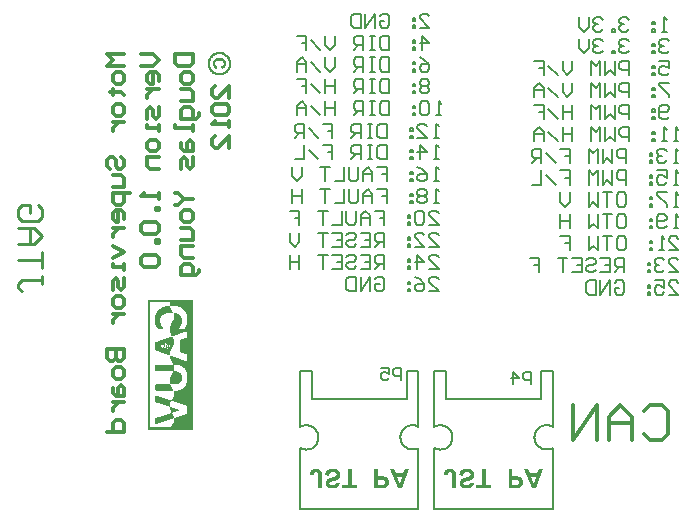
<source format=gbo>
%FSDAX24Y24*%
%MOIN*%
%SFA1B1*%

%IPPOS*%
%ADD33C,0.007900*%
%ADD52C,0.011800*%
%ADD57C,0.010000*%
%LNmsb-1*%
%LPD*%
G36*
X031869Y009928D02*
X032054D01*
Y009821*
X031555*
Y009928*
X031741*
Y010453*
X031869*
Y009928*
G37*
G36*
X030695Y010463D02*
X030720Y010459D01*
X030742Y010454*
X030761Y010448*
X030768Y010445*
X030775Y010442*
X030781Y010439*
X030786Y010436*
X030790Y010434*
X030792Y010433*
X030793Y010432*
X030794*
X030812Y010418*
X030825Y010404*
X030838Y010388*
X030846Y010375*
X030853Y010362*
X030858Y010352*
X030860Y010348*
X030861Y010345*
X030862Y010344*
Y010343*
X030866Y010326*
X030870Y010307*
X030872Y010287*
X030874Y010266*
X030875Y010249*
X030876Y010241*
Y010235*
Y010230*
Y010226*
Y010223*
Y010222*
Y009821*
X030748*
Y010231*
Y010244*
X030747Y010257*
X030746Y010268*
X030745Y010279*
X030744Y010288*
X030742Y010296*
X030741Y010304*
X030740Y010310*
X030736Y010320*
X030733Y010327*
X030731Y010331*
X030730Y010332*
X030722Y010339*
X030714Y010345*
X030704Y010350*
X030693Y010353*
X030685Y010355*
X030677Y010356*
X030670*
X030656Y010354*
X030643Y010350*
X030633Y010345*
X030624Y010338*
X030618Y010333*
X030613Y010327*
X030610Y010323*
X030609Y010322*
X030604Y010312*
X030601Y010301*
X030598Y010288*
X030596Y010275*
X030594Y010263*
Y010254*
Y010250*
Y010247*
Y010246*
Y010245*
X030472Y010259*
X030473Y010277*
X030474Y010294*
X030477Y010311*
X030480Y010326*
X030484Y010339*
X030488Y010352*
X030493Y010363*
X030497Y010374*
X030502Y010383*
X030507Y010390*
X030511Y010397*
X030515Y010403*
X030518Y010407*
X030520Y010410*
X030521Y010411*
X030522Y010412*
X030532Y010421*
X030544Y010430*
X030555Y010436*
X030567Y010442*
X030591Y010452*
X030614Y010458*
X030624Y010459*
X030635Y010461*
X030643Y010462*
X030651Y010463*
X030658Y010464*
X030667*
X030695Y010463*
G37*
G36*
X032756Y010214D02*
X032869D01*
X032883Y010213*
X032895*
X032908*
X032918Y010212*
X032928Y010211*
X032936Y010210*
X032944*
X032951Y010209*
X032957Y010208*
X032961Y010207*
X032965*
X032968Y010206*
X032970*
X032983Y010202*
X032995Y010198*
X033006Y010193*
X033016Y010188*
X033024Y010184*
X033031Y010180*
X033035Y010177*
X033036Y010176*
X033048Y010166*
X033058Y010157*
X033068Y010146*
X033076Y010136*
X033082Y010127*
X033086Y010120*
X033089Y010115*
X033090Y010114*
X033097Y010098*
X033103Y010082*
X033107Y010065*
X033108Y010050*
X033110Y010037*
X033111Y010026*
Y010022*
Y010019*
Y010017*
Y010016*
X033109Y009990*
X033106Y009966*
X033100Y009944*
X033093Y009926*
X033085Y009913*
X033083Y009907*
X033080Y009902*
X033078Y009898*
X033076Y009895*
X033074Y009894*
Y009893*
X033059Y009877*
X033044Y009864*
X033030Y009852*
X033015Y009844*
X033003Y009838*
X032992Y009834*
X032988Y009833*
X032986Y009832*
X032984Y009831*
X032976Y009829*
X032967Y009828*
X032957Y009826*
X032945Y009825*
X032920Y009823*
X032894Y009822*
X032882*
X032870Y009821*
X032628*
Y010453*
X032756*
Y010214*
G37*
G36*
X027478Y024369D02*
X027497Y024368D01*
X027533Y024362*
X027566Y024354*
X027581Y024349*
X027596Y024344*
X027609Y024339*
X027620Y024334*
X027631Y024330*
X027640Y024326*
X027647Y024323*
X027651Y024320*
X027655Y024318*
X027656*
X027689Y024297*
X027718Y024273*
X027742Y024249*
X027763Y024226*
X027779Y024205*
X027786Y024196*
X027792Y024188*
X027795Y024182*
X027799Y024178*
X027800Y024174*
X027801Y024173*
X027810Y024156*
X027819Y024137*
X027831Y024101*
X027840Y024069*
X027846Y024038*
X027848Y024024*
X027851Y024013*
X027852Y024001*
Y023992*
X027853Y023985*
Y023979*
Y023976*
Y023975*
X027852Y023955*
X027851Y023937*
X027845Y023901*
X027837Y023867*
X027832Y023852*
X027827Y023839*
X027822Y023825*
X027817Y023813*
X027813Y023803*
X027809Y023795*
X027806Y023788*
X027804Y023783*
X027801Y023780*
Y023779*
X027780Y023745*
X027756Y023716*
X027732Y023691*
X027709Y023670*
X027688Y023654*
X027679Y023647*
X027671Y023641*
X027665Y023638*
X027661Y023634*
X027657Y023632*
X027656*
X027639Y023623*
X027620Y023615*
X027586Y023601*
X027552Y023592*
X027522Y023586*
X027508Y023584*
X027496Y023581*
X027485Y023580*
X027476*
X027469Y023579*
X027439*
X027421Y023581*
X027384Y023587*
X027350Y023596*
X027335Y023601*
X027320Y023606*
X027308Y023611*
X027296Y023616*
X027286Y023621*
X027277Y023625*
X027270Y023629*
X027265Y023631*
X027262Y023632*
X027260Y023633*
X027227Y023655*
X027198Y023678*
X027173Y023702*
X027152Y023727*
X027136Y023747*
X027130Y023757*
X027124Y023765*
X027121Y023771*
X027117Y023775*
X027115Y023779*
Y023780*
X027106Y023797*
X027098Y023814*
X027085Y023850*
X027076Y023882*
X027070Y023912*
X027068Y023925*
X027066Y023938*
X027064Y023948*
Y023957*
X027063Y023964*
Y023970*
Y023973*
Y023975*
Y023994*
X027066Y024013*
X027071Y024048*
X027079Y024082*
X027084Y024097*
X027089Y024111*
X027094Y024124*
X027099Y024136*
X027104Y024145*
X027107Y024154*
X027111Y024161*
X027113Y024166*
X027114Y024169*
X027115Y024171*
X027136Y024204*
X027159Y024233*
X027183Y024258*
X027206Y024279*
X027228Y024295*
X027237Y024302*
X027244Y024308*
X027251Y024311*
X027256Y024315*
X027259Y024316*
X027260Y024317*
X027278Y024326*
X027296Y024334*
X027331Y024348*
X027364Y024357*
X027395Y024363*
X027408Y024365*
X027421Y024368*
X027432Y024369*
X027441*
X027448Y024370*
X027459*
X027478Y024369*
G37*
G36*
X033531Y009821D02*
X033397D01*
X033152Y010453*
X033286*
X033338Y010310*
X033593*
X033647Y010453*
X033785*
X033531Y009821*
G37*
G36*
X031268Y010463D02*
X031294Y010460D01*
X031317Y010458*
X031337Y010453*
X031346Y010451*
X031354Y010449*
X031359Y010447*
X031365Y010446*
X031369Y010444*
X031372Y010443*
X031374Y010442*
X031375*
X031395Y010433*
X031411Y010421*
X031427Y010410*
X031438Y010398*
X031448Y010388*
X031455Y010380*
X031459Y010374*
X031460Y010373*
Y010372*
X031471Y010354*
X031479Y010336*
X031483Y010318*
X031487Y010303*
X031489Y010289*
X031491Y010279*
Y010275*
Y010272*
Y010270*
Y010269*
X031490Y010248*
X031487Y010229*
X031482Y010212*
X031479Y010197*
X031474Y010186*
X031469Y010176*
X031466Y010171*
X031465Y010169*
X031455Y010155*
X031444Y010141*
X031432Y010131*
X031421Y010121*
X031411Y010114*
X031404Y010109*
X031398Y010106*
X031397Y010105*
X031396*
X031387Y010100*
X031378Y010096*
X031356Y010088*
X031333Y010081*
X031310Y010073*
X031290Y010068*
X031282Y010065*
X031274Y010064*
X031267Y010062*
X031262Y010061*
X031260Y010060*
X031259*
X031242Y010056*
X031227Y010051*
X031213Y010047*
X031202Y010043*
X031190Y010040*
X031182Y010037*
X031173Y010034*
X031166Y010030*
X031160Y010027*
X031155Y010025*
X031147Y010021*
X031143Y010018*
X031142Y010017*
X031136Y010011*
X031132Y010005*
X031129Y009998*
X031126Y009992*
X031125Y009987*
X031124Y009983*
Y009980*
Y009979*
X031125Y009970*
X031127Y009963*
X031130Y009956*
X031134Y009950*
X031137Y009945*
X031140Y009942*
X031142Y009941*
X031143Y009940*
X031156Y009932*
X031170Y009926*
X031185Y009922*
X031198Y009919*
X031210Y009917*
X031221*
X031230*
X031249*
X031265Y009920*
X031279Y009923*
X031290Y009927*
X031299Y009932*
X031305Y009935*
X031309Y009938*
Y009939*
X031319Y009947*
X031327Y009958*
X031333Y009969*
X031337Y009981*
X031341Y009991*
X031343Y010000*
X031345Y010006*
Y010007*
Y010008*
X031473Y010003*
X031472Y009988*
X031469Y009972*
X031465Y009958*
X031461Y009944*
X031451Y009921*
X031446Y009911*
X031440Y009901*
X031434Y009892*
X031429Y009885*
X031424Y009878*
X031419Y009873*
X031415Y009869*
X031412Y009867*
X031410Y009865*
X031409Y009864*
X031398Y009854*
X031384Y009846*
X031371Y009839*
X031357Y009833*
X031327Y009823*
X031298Y009818*
X031284Y009816*
X031272Y009814*
X031260Y009813*
X031250Y009812*
X031242Y009811*
X031231*
X031205Y009812*
X031181Y009815*
X031160Y009818*
X031141Y009821*
X031127Y009826*
X031121Y009828*
X031116Y009829*
X031112Y009831*
X031109Y009832*
X031108Y009833*
X031107*
X031088Y009842*
X031073Y009852*
X031060Y009863*
X031049Y009873*
X031040Y009883*
X031034Y009891*
X031030Y009895*
X031029Y009896*
Y009897*
X031020Y009914*
X031013Y009929*
X031009Y009944*
X031006Y009958*
X031004Y009970*
X031002Y009979*
Y009983*
Y009986*
Y009987*
Y009988*
X031003Y010001*
X031005Y010015*
X031008Y010027*
X031011Y010039*
X031020Y010061*
X031031Y010079*
X031037Y010087*
X031041Y010094*
X031046Y010100*
X031051Y010105*
X031054Y010109*
X031057Y010112*
X031059Y010114*
X031060*
X031068Y010121*
X031078Y010128*
X031099Y010140*
X031123Y010151*
X031147Y010160*
X031168Y010167*
X031178Y010170*
X031186Y010172*
X031193Y010174*
X031198Y010176*
X031202Y010177*
X031203*
X031217Y010181*
X031230Y010184*
X031241Y010187*
X031252Y010189*
X031261Y010192*
X031269Y010194*
X031277Y010196*
X031283Y010198*
X031292Y010201*
X031299Y010203*
X031303Y010205*
X031304*
X031315Y010210*
X031325Y010214*
X031333Y010218*
X031339Y010223*
X031344Y010227*
X031347Y010230*
X031349Y010232*
X031350Y010233*
X031355Y010238*
X031358Y010245*
X031361Y010257*
X031362Y010262*
X031363Y010266*
Y010269*
Y010270*
X031362Y010283*
X031358Y010294*
X031354Y010305*
X031348Y010313*
X031341Y010321*
X031336Y010326*
X031333Y010330*
X031332Y010331*
X031319Y010339*
X031305Y010346*
X031289Y010350*
X031274Y010354*
X031260Y010356*
X031250Y010357*
X031239*
X031218Y010356*
X031200Y010352*
X031185Y010347*
X031171Y010342*
X031161Y010336*
X031153Y010333*
X031148Y010329*
X031146Y010328*
X031135Y010315*
X031125Y010301*
X031117Y010286*
X031112Y010271*
X031107Y010257*
X031104Y010246*
X031103Y010241*
Y010238*
X031102Y010237*
Y010236*
X030978Y010248*
X030981Y010267*
X030985Y010286*
X030989Y010303*
X030994Y010318*
X031001Y010333*
X031007Y010346*
X031013Y010358*
X031020Y010369*
X031027Y010378*
X031033Y010386*
X031038Y010393*
X031043Y010399*
X031048Y010404*
X031051Y010407*
X031053Y010409*
X031054Y010410*
X031066Y010419*
X031081Y010428*
X031095Y010434*
X031110Y010441*
X031125Y010446*
X031140Y010451*
X031170Y010458*
X031185Y010459*
X031197Y010461*
X031209Y010462*
X031218Y010463*
X031227Y010464*
X031238*
X031268Y010463*
G37*
G36*
X035164D02*
X035189Y010459D01*
X035211Y010454*
X035229Y010448*
X035237Y010445*
X035244Y010442*
X035249Y010439*
X035254Y010436*
X035258Y010434*
X035261Y010433*
X035262Y010432*
X035263*
X035280Y010418*
X035294Y010404*
X035306Y010388*
X035315Y010375*
X035322Y010362*
X035326Y010352*
X035328Y010348*
X035329Y010345*
X035330Y010344*
Y010343*
X035335Y010326*
X035339Y010307*
X035341Y010287*
X035343Y010266*
X035344Y010249*
X035345Y010241*
Y010235*
Y010230*
Y010226*
Y010223*
Y010222*
Y009821*
X035217*
Y010231*
Y010244*
X035216Y010257*
X035215Y010268*
X035214Y010279*
X035213Y010288*
X035211Y010296*
X035209Y010304*
X035208Y010310*
X035204Y010320*
X035201Y010327*
X035199Y010331*
X035198Y010332*
X035191Y010339*
X035182Y010345*
X035173Y010350*
X035162Y010353*
X035153Y010355*
X035146Y010356*
X035139*
X035124Y010354*
X035112Y010350*
X035101Y010345*
X035093Y010338*
X035086Y010333*
X035081Y010327*
X035078Y010323*
X035077Y010322*
X035073Y010312*
X035070Y010301*
X035067Y010288*
X035065Y010275*
X035063Y010263*
Y010254*
X035062Y010250*
Y010247*
Y010246*
Y010245*
X034941Y010259*
X034942Y010277*
X034943Y010294*
X034946Y010311*
X034949Y010326*
X034952Y010339*
X034956Y010352*
X034961Y010363*
X034966Y010374*
X034971Y010383*
X034976Y010390*
X034979Y010397*
X034983Y010403*
X034986Y010407*
X034989Y010410*
X034990Y010411*
X034991Y010412*
X035001Y010421*
X035012Y010430*
X035024Y010436*
X035035Y010442*
X035059Y010452*
X035082Y010458*
X035093Y010459*
X035103Y010461*
X035112Y010462*
X035120Y010463*
X035126Y010464*
X035135*
X035164Y010463*
G37*
G36*
X035737D02*
X035763Y010460D01*
X035786Y010458*
X035806Y010453*
X035814Y010451*
X035822Y010449*
X035828Y010447*
X035834Y010446*
X035838Y010444*
X035840Y010443*
X035842Y010442*
X035843*
X035864Y010433*
X035880Y010421*
X035895Y010410*
X035907Y010398*
X035916Y010388*
X035923Y010380*
X035928Y010374*
X035929Y010373*
Y010372*
X035939Y010354*
X035947Y010336*
X035952Y010318*
X035956Y010303*
X035958Y010289*
X035960Y010279*
Y010275*
Y010272*
Y010270*
Y010269*
X035959Y010248*
X035956Y010229*
X035951Y010212*
X035947Y010197*
X035942Y010186*
X035938Y010176*
X035935Y010171*
X035934Y010169*
X035923Y010155*
X035913Y010141*
X035901Y010131*
X035889Y010121*
X035880Y010114*
X035872Y010109*
X035866Y010106*
X035865Y010105*
X035864*
X035856Y010100*
X035846Y010096*
X035824Y010088*
X035802Y010081*
X035779Y010073*
X035759Y010068*
X035750Y010065*
X035742Y010064*
X035736Y010062*
X035731Y010061*
X035728Y010060*
X035727*
X035711Y010056*
X035695Y010051*
X035682Y010047*
X035670Y010043*
X035659Y010040*
X035650Y010037*
X035642Y010034*
X035635Y010030*
X035628Y010027*
X035623Y010025*
X035616Y010021*
X035612Y010018*
X035611Y010017*
X035605Y010011*
X035600Y010005*
X035597Y009998*
X035594Y009992*
X035593Y009987*
Y009983*
Y009980*
Y009979*
Y009970*
X035595Y009963*
X035598Y009956*
X035602Y009950*
X035606Y009945*
X035609Y009942*
X035611Y009941*
X035612Y009940*
X035624Y009932*
X035639Y009926*
X035653Y009922*
X035666Y009919*
X035679Y009917*
X035690*
X035698*
X035717*
X035734Y009920*
X035747Y009923*
X035759Y009927*
X035767Y009932*
X035773Y009935*
X035777Y009938*
X035778Y009939*
X035788Y009947*
X035795Y009958*
X035801Y009969*
X035806Y009981*
X035810Y009991*
X035812Y010000*
X035814Y010006*
Y010007*
Y010008*
X035941Y010003*
X035940Y009988*
X035938Y009972*
X035934Y009958*
X035930Y009944*
X035919Y009921*
X035914Y009911*
X035909Y009901*
X035903Y009892*
X035897Y009885*
X035892Y009878*
X035888Y009873*
X035884Y009869*
X035881Y009867*
X035879Y009865*
X035878Y009864*
X035866Y009854*
X035853Y009846*
X035839Y009839*
X035825Y009833*
X035795Y009823*
X035766Y009818*
X035753Y009816*
X035740Y009814*
X035729Y009813*
X035718Y009812*
X035711Y009811*
X035699*
X035673Y009812*
X035649Y009815*
X035628Y009818*
X035610Y009821*
X035595Y009826*
X035590Y009828*
X035585Y009829*
X035581Y009831*
X035577Y009832*
X035576Y009833*
X035575*
X035557Y009842*
X035542Y009852*
X035528Y009863*
X035518Y009873*
X035509Y009883*
X035502Y009891*
X035498Y009895*
X035497Y009896*
Y009897*
X035489Y009914*
X035482Y009929*
X035477Y009944*
X035474Y009958*
X035472Y009970*
X035470Y009979*
Y009983*
Y009986*
Y009987*
Y009988*
X035471Y010001*
X035473Y010015*
X035476Y010027*
X035479Y010039*
X035489Y010061*
X035499Y010079*
X035505Y010087*
X035510Y010094*
X035515Y010100*
X035519Y010105*
X035522Y010109*
X035525Y010112*
X035527Y010114*
X035528*
X035537Y010121*
X035546Y010128*
X035568Y010140*
X035592Y010151*
X035616Y010160*
X035637Y010167*
X035646Y010170*
X035655Y010172*
X035662Y010174*
X035666Y010176*
X035670Y010177*
X035671*
X035686Y010181*
X035698Y010184*
X035710Y010187*
X035720Y010189*
X035730Y010192*
X035738Y010194*
X035745Y010196*
X035751Y010198*
X035761Y010201*
X035767Y010203*
X035771Y010205*
X035772*
X035784Y010210*
X035793Y010214*
X035801Y010218*
X035808Y010223*
X035813Y010227*
X035815Y010230*
X035817Y010232*
X035818Y010233*
X035823Y010238*
X035826Y010245*
X035830Y010257*
X035831Y010262*
X035832Y010266*
Y010269*
Y010270*
X035831Y010283*
X035827Y010294*
X035822Y010305*
X035816Y010313*
X035810Y010321*
X035805Y010326*
X035801Y010330*
X035800Y010331*
X035788Y010339*
X035773Y010346*
X035758Y010350*
X035742Y010354*
X035729Y010356*
X035718Y010357*
X035708*
X035687Y010356*
X035668Y010352*
X035653Y010347*
X035640Y010342*
X035629Y010336*
X035621Y010333*
X035617Y010329*
X035615Y010328*
X035603Y010315*
X035593Y010301*
X035586Y010286*
X035580Y010271*
X035575Y010257*
X035572Y010246*
X035571Y010241*
Y010238*
X035570Y010237*
Y010236*
X035446Y010248*
X035449Y010267*
X035453Y010286*
X035458Y010303*
X035463Y010318*
X035470Y010333*
X035475Y010346*
X035482Y010358*
X035489Y010369*
X035495Y010378*
X035501Y010386*
X035507Y010393*
X035512Y010399*
X035517Y010404*
X035519Y010407*
X035521Y010409*
X035522Y010410*
X035535Y010419*
X035549Y010428*
X035564Y010434*
X035578Y010441*
X035593Y010446*
X035609Y010451*
X035639Y010458*
X035653Y010459*
X035666Y010461*
X035677Y010462*
X035687Y010463*
X035695Y010464*
X035707*
X035737Y010463*
G37*
G36*
X036337Y009928D02*
X036523D01*
Y009821*
X036024*
Y009928*
X036209*
Y010453*
X036337*
Y009928*
G37*
G36*
X038000Y009821D02*
X037865D01*
X037620Y010453*
X037755*
X037807Y010310*
X038061*
X038115Y010453*
X038254*
X038000Y009821*
G37*
G36*
X037224Y010214D02*
X037338D01*
X037351Y010213*
X037364*
X037376*
X037387Y010212*
X037396Y010211*
X037405Y010210*
X037413*
X037419Y010209*
X037425Y010208*
X037430Y010207*
X037434*
X037437Y010206*
X037439*
X037451Y010202*
X037464Y010198*
X037474Y010193*
X037485Y010188*
X037492Y010184*
X037499Y010180*
X037504Y010177*
X037505Y010176*
X037516Y010166*
X037527Y010157*
X037537Y010146*
X037544Y010136*
X037550Y010127*
X037555Y010120*
X037558Y010115*
X037559Y010114*
X037565Y010098*
X037571Y010082*
X037575Y010065*
X037577Y010050*
X037579Y010037*
X037580Y010026*
Y010022*
Y010019*
Y010017*
Y010016*
X037578Y009990*
X037574Y009966*
X037568Y009944*
X037562Y009926*
X037554Y009913*
X037551Y009907*
X037548Y009902*
X037546Y009898*
X037544Y009895*
X037542Y009894*
Y009893*
X037528Y009877*
X037513Y009864*
X037498Y009852*
X037484Y009844*
X037471Y009838*
X037461Y009834*
X037457Y009833*
X037455Y009832*
X037453Y009831*
X037452*
X037444Y009829*
X037436Y009828*
X037425Y009826*
X037414Y009825*
X037389Y009823*
X037363Y009822*
X037350*
X037339Y009821*
X037096*
Y010453*
X037224*
Y010214*
G37*
G36*
X026576Y011760D02*
X025064D01*
Y016108*
X026576*
Y011760*
G37*
%LNmsb-2*%
%LPC*%
G36*
X025740Y014584D02*
X025724D01*
Y014583*
X025719*
Y014581*
X025717*
Y014579*
X025713*
Y014577*
X025711*
Y014574*
X025710*
Y014572*
X025708*
Y014568*
X025706*
Y014561*
X025704*
Y014556*
X025706*
Y014549*
X025708*
Y014545*
X025710*
Y014543*
X025711*
Y014540*
X025715*
Y014538*
X025717*
Y014536*
X025720*
Y014535*
X025724*
Y014533*
X025740*
Y014535*
X025744*
Y014536*
X025747*
Y014538*
X025749*
Y014540*
X025751*
Y014542*
X025752*
Y014543*
X025754*
Y014547*
X025756*
Y014551*
X025758*
Y014567*
X025756*
Y014572*
X025754*
Y014574*
X025752*
Y014575*
X025751*
Y014577*
X025749*
Y014579*
X025747*
Y014581*
X025744*
Y014583*
X025740*
Y014584*
G37*
G36*
X038020Y010203D02*
X037846D01*
X037932Y009968*
X038020Y010203*
G37*
G36*
X025567Y014600D02*
X025553D01*
Y014599*
X025544*
Y014597*
X025541*
Y014595*
X025537*
Y014593*
X025534*
Y014591*
X025532*
Y014590*
X025528*
Y014588*
X025526*
Y014586*
X025525*
Y014584*
X025523*
Y014583*
X025521*
Y014579*
X025519*
Y014577*
X025517*
Y014574*
X025516*
Y014570*
X025514*
Y014567*
X025512*
Y014559*
X025510*
Y014538*
X025512*
Y014533*
X025514*
Y014527*
X025516*
Y014524*
X025517*
Y014522*
X025519*
Y014519*
X025521*
Y014517*
X025523*
Y014515*
X025525*
Y014513*
X025526*
Y014511*
X025528*
Y014510*
X025530*
Y014508*
X025534*
Y014506*
X025535*
Y014504*
X025539*
Y014503*
X025542*
Y014501*
X025550*
Y014499*
X025571*
Y014501*
X025576*
Y014503*
X025582*
Y014504*
X025585*
Y014506*
X025587*
Y014508*
X025590*
Y014510*
X025592*
Y014511*
X025594*
Y014513*
X025596*
Y014515*
X025598*
Y014517*
X025599*
Y014520*
X025601*
Y014522*
X025603*
Y014526*
X025605*
Y014529*
X025606*
Y014533*
X025608*
Y014542*
X025610*
Y014558*
X025608*
Y014565*
X025606*
Y014570*
X025605*
Y014574*
X025603*
Y014577*
X025601*
Y014579*
X025599*
Y014581*
X025598*
Y014584*
X025596*
Y014586*
X025594*
Y014588*
X025590*
Y014590*
X025589*
Y014591*
X025587*
Y014593*
X025583*
Y014595*
X025580*
Y014597*
X025574*
Y014599*
X025567*
Y014600*
G37*
G36*
X025792Y014547D02*
X025777D01*
Y014545*
X025774*
Y014543*
X025772*
Y014542*
X025770*
Y014540*
X025768*
Y014538*
X025767*
Y014535*
X025765*
Y014529*
X025763*
Y014526*
X025765*
Y014519*
X025767*
Y014515*
X025768*
Y014513*
X025770*
Y014511*
X025772*
Y014510*
X025774*
Y014508*
X025777*
Y014506*
X025792*
Y014508*
X025795*
Y014510*
X025799*
Y014511*
X025800*
Y014515*
X025802*
Y014517*
X025804*
Y014522*
X025806*
Y014531*
X025804*
Y014536*
X025802*
Y014540*
X025800*
Y014542*
X025799*
Y014543*
X025795*
Y014545*
X025792*
Y014547*
G37*
G36*
X025676Y014652D02*
X025663D01*
Y014650*
X025656*
Y014648*
X025653*
Y014647*
X025649*
Y014645*
X025647*
Y014643*
X025646*
Y014641*
X025644*
Y014640*
X025642*
Y014638*
X025640*
Y014636*
X025639*
Y014632*
X025637*
Y014629*
X025635*
Y014625*
X025633*
Y014616*
X025631*
Y014609*
X025633*
Y014600*
X025635*
Y014595*
X025637*
Y014591*
X025639*
Y014590*
X025640*
Y014588*
X025642*
Y014584*
X025644*
Y014583*
X025647*
Y014581*
X025649*
Y014579*
X025651*
Y014577*
X025656*
Y014575*
X025660*
Y014574*
X025679*
Y014575*
X025685*
Y014577*
X025688*
Y014579*
X025690*
Y014581*
X025694*
Y014583*
X025695*
Y014584*
X025697*
Y014586*
X025699*
Y014588*
X025701*
Y014591*
X025703*
Y014595*
X025704*
Y014599*
X025706*
Y014606*
X025708*
Y014620*
X025706*
Y014627*
X025704*
Y014631*
X025703*
Y014634*
X025701*
Y014636*
X025699*
Y014638*
X025697*
Y014641*
X025694*
Y014643*
X025692*
Y014645*
X025690*
Y014647*
X025687*
Y014648*
X025683*
Y014650*
X025676*
Y014652*
G37*
G36*
X025808Y016015D02*
X025156D01*
Y011854*
X025847*
Y011858*
X025849*
Y011861*
X025850*
Y011865*
X025852*
Y011869*
X025854*
Y011872*
X025856*
Y011876*
X025857*
Y011879*
X025859*
Y011883*
X025861*
Y011886*
X025863*
Y011890*
X025865*
Y011894*
X025866*
Y011897*
X025868*
Y011901*
X025870*
Y011904*
X025872*
Y011908*
X025873*
Y011910*
X025875*
Y011913*
X025877*
Y011917*
X025879*
Y011920*
X025881*
Y011924*
X025882*
Y011927*
X025884*
Y011929*
X025886*
Y011933*
X025888*
Y011936*
X025889*
Y011940*
X025891*
Y011942*
X025893*
Y011945*
X025895*
Y011949*
X025897*
Y011952*
X025898*
Y011956*
X025900*
Y011958*
X025902*
Y011961*
X025904*
Y011965*
X025905*
Y011968*
X025907*
Y011972*
X025909*
Y011975*
X025911*
Y011977*
X025913*
Y011981*
X025914*
Y011984*
X025916*
Y011988*
X025918*
Y011991*
X025920*
Y011995*
X025921*
Y011998*
X025923*
Y012002*
X025925*
Y012006*
X025927*
Y012009*
X025929*
Y012013*
X025930*
Y012016*
X025932*
Y012022*
X025934*
Y012025*
X025936*
Y012029*
X025938*
Y012034*
X025939*
Y012038*
X025941*
Y012043*
X025943*
Y012047*
X025945*
Y012052*
X025946*
Y012057*
X025948*
Y012064*
X025950*
Y012070*
X025952*
Y012079*
X025954*
Y012087*
X025955*
Y012105*
X025957*
Y012120*
X025955*
Y012137*
X025954*
Y012146*
X025952*
Y012155*
X025957*
Y012157*
X025962*
Y012159*
X025968*
Y012160*
X025973*
Y012162*
X025978*
Y012164*
X025984*
Y012166*
X025989*
Y012168*
X025994*
Y012169*
X026000*
Y012171*
X026005*
Y012173*
X026010*
Y012175*
X026016*
Y012176*
X026021*
Y012178*
X026026*
Y012180*
X026032*
Y012182*
X026037*
Y012184*
X026043*
Y012185*
X026046*
Y012187*
X026051*
Y012189*
X026057*
Y012191*
X026062*
Y012192*
X026067*
Y012194*
X026073*
Y012196*
X026078*
Y012198*
X026083*
Y012200*
X026089*
Y012201*
X026094*
Y012203*
X026099*
Y012205*
X026105*
Y012207*
X026110*
Y012208*
X026115*
Y012210*
X026121*
Y012212*
X026126*
Y012214*
X026131*
Y012216*
X026137*
Y012217*
X026140*
Y012219*
X026146*
Y012221*
X026151*
Y012223*
X026156*
Y012225*
X026162*
Y012226*
X026167*
Y012228*
X026172*
Y012230*
X026178*
Y012232*
X026183*
Y012233*
X026188*
Y012235*
X026194*
Y012237*
X026199*
Y012239*
X026204*
Y012241*
X026210*
Y012242*
X026215*
Y012244*
X026220*
Y012246*
X026226*
Y012248*
X026231*
Y012249*
X026235*
Y012251*
X026240*
Y012253*
X026245*
Y012255*
X026251*
Y012257*
X026256*
Y012258*
X026261*
Y012260*
X026267*
Y012262*
X026272*
Y012264*
X026277*
Y012265*
X026283*
Y012267*
X026288*
Y012269*
X026293*
Y012271*
X026297*
Y012273*
X026302*
Y012274*
X026308*
Y012276*
X026313*
Y012278*
X026318*
Y012280*
X026324*
Y012281*
X026329*
Y012283*
X026334*
Y012285*
X026338*
Y012287*
X026343*
Y012289*
X026349*
Y012290*
X026354*
Y012292*
X026356*
Y012294*
X026358*
Y012296*
X026359*
Y012297*
X026361*
Y012299*
X026363*
Y012301*
X026365*
Y012305*
X026366*
Y012306*
X026368*
Y012310*
X026370*
Y012315*
X026372*
Y012321*
X026374*
Y012335*
X026375*
Y012386*
X026377*
Y012500*
X026375*
Y012523*
X026374*
Y012532*
X026372*
Y012540*
X026370*
Y012545*
X026368*
Y012548*
X026366*
Y012554*
X026365*
Y012557*
X026363*
Y012559*
X026361*
Y012563*
X026359*
Y012564*
X026358*
Y012566*
X026356*
Y012568*
X026352*
Y012570*
X026349*
Y012572*
X026343*
Y012573*
X026338*
Y012575*
X026333*
Y012577*
X026327*
Y012579*
X026322*
Y012580*
X026318*
Y012582*
X026313*
Y012584*
X026308*
Y012586*
X026302*
Y012588*
X026297*
Y012589*
X026292*
Y012591*
X026286*
Y012593*
X026281*
Y012595*
X026276*
Y012596*
X026270*
Y012598*
X026265*
Y012600*
X026260*
Y012602*
X026254*
Y012604*
X026251*
Y012605*
X026245*
Y012607*
X026240*
Y012609*
X026235*
Y012611*
X026229*
Y012612*
X026224*
Y012614*
X026219*
Y012616*
X026213*
Y012618*
X026208*
Y012620*
X026203*
Y012621*
X026197*
Y012623*
X026192*
Y012625*
X026187*
Y012627*
X026181*
Y012629*
X026176*
Y012630*
X026171*
Y012632*
X026165*
Y012634*
X026162*
Y012636*
X026156*
Y012637*
X026151*
Y012639*
X026146*
Y012641*
X026140*
Y012643*
X026135*
Y012645*
X026130*
Y012646*
X026124*
Y012648*
X026119*
Y012650*
X026114*
Y012652*
X026108*
Y012653*
X026103*
Y012655*
X026098*
Y012657*
X026092*
Y012659*
X026087*
Y012661*
X026082*
Y012662*
X026076*
Y012664*
X026071*
Y012666*
X026066*
Y012668*
X026060*
Y012669*
X026055*
Y012671*
X026050*
Y012673*
X026044*
Y012675*
X026041*
Y012677*
X026035*
Y012678*
X026030*
Y012680*
X026025*
Y012682*
X026019*
Y012684*
X026014*
Y012685*
X026009*
Y012687*
X026003*
Y012689*
X025998*
Y012691*
X025993*
Y012693*
X025987*
Y012694*
X025982*
Y012696*
X025977*
Y012698*
X025971*
Y012700*
X025966*
Y012701*
X025961*
Y012703*
X025955*
Y012705*
X025950*
Y012707*
X025945*
Y012709*
X025939*
Y012710*
X025934*
Y012712*
X025929*
Y012714*
X025923*
Y012716*
X025920*
Y012717*
X025914*
Y012719*
X025909*
Y012721*
X025904*
Y012723*
X025898*
Y012725*
X025893*
Y012726*
X025888*
Y012728*
X025882*
Y012730*
X025877*
Y012732*
X025872*
Y012734*
X025866*
Y012735*
X025861*
Y012737*
X025859*
Y012741*
X025861*
Y012744*
X025863*
Y012748*
X025865*
Y012751*
X025866*
Y012753*
X025868*
Y012757*
X025870*
Y012760*
X025872*
Y012764*
X025873*
Y012767*
X025875*
Y012771*
X025877*
Y012774*
X025879*
Y012776*
X025881*
Y012780*
X025882*
Y012783*
X025884*
Y012787*
X025886*
Y012790*
X025888*
Y012792*
X025889*
Y012796*
X025891*
Y012799*
X025893*
Y012803*
X025895*
Y012806*
X025897*
Y012808*
X025898*
Y012812*
X025900*
Y012815*
X025902*
Y012819*
X025904*
Y012822*
X025905*
Y012824*
X025907*
Y012828*
X025909*
Y012831*
X025911*
Y012835*
X025913*
Y012839*
X025914*
Y012842*
X025916*
Y012846*
X025918*
Y012849*
X025920*
Y012851*
X025921*
Y012855*
X025923*
Y012858*
X025925*
Y012862*
X025927*
Y012867*
X025929*
Y012871*
X025930*
Y012874*
X025932*
Y012878*
X025934*
Y012881*
X025936*
Y012887*
X025938*
Y012890*
X025939*
Y012894*
X025941*
Y012899*
X025943*
Y012904*
X025945*
Y012910*
X025946*
Y012915*
X025948*
Y012920*
X025950*
Y012927*
X025952*
Y012935*
X025954*
Y012945*
X025955*
Y012963*
X025957*
Y012976*
X025955*
Y012993*
X025954*
Y013004*
X025952*
Y013011*
X025950*
Y013018*
X025948*
Y013024*
X025946*
Y013029*
X025945*
Y013034*
X025943*
Y013040*
X025941*
Y013043*
X025939*
Y013049*
X025938*
Y013052*
X025936*
Y013057*
X025934*
Y013061*
X025932*
Y013065*
X025930*
Y013068*
X026030*
Y013070*
X026048*
Y013072*
X026062*
Y013073*
X026073*
Y013075*
X026083*
Y013077*
X026092*
Y013079*
X026099*
Y013081*
X026108*
Y013082*
X026114*
Y013084*
X026121*
Y013086*
X026128*
Y013088*
X026133*
Y013089*
X026139*
Y013091*
X026144*
Y013093*
X026149*
Y013095*
X026155*
Y013097*
X026158*
Y013098*
X026164*
Y013100*
X026167*
Y013102*
X026172*
Y013104*
X026176*
Y013105*
X026180*
Y013107*
X026183*
Y013109*
X026187*
Y013111*
X026190*
Y013113*
X026194*
Y013114*
X026197*
Y013116*
X026201*
Y013118*
X026204*
Y013120*
X026208*
Y013121*
X026212*
Y013123*
X026213*
Y013125*
X026217*
Y013127*
X026219*
Y013129*
X026222*
Y013130*
X026226*
Y013132*
X026228*
Y013134*
X026231*
Y013136*
X026233*
Y013137*
X026235*
Y013139*
X026238*
Y013141*
X026240*
Y013143*
X026244*
Y013145*
X026245*
Y013146*
X026247*
Y013148*
X026251*
Y013150*
X026253*
Y013152*
X026254*
Y013154*
X026256*
Y013155*
X026258*
Y013157*
X026261*
Y013159*
X026263*
Y013161*
X026265*
Y013162*
X026267*
Y013164*
X026269*
Y013166*
X026270*
Y013168*
X026272*
Y013170*
X026274*
Y013171*
X026276*
Y013173*
X026277*
Y013175*
X026279*
Y013177*
X026281*
Y013178*
X026283*
Y013180*
X026285*
Y013182*
X026286*
Y013184*
X026288*
Y013186*
X026290*
Y013187*
X026292*
Y013189*
X026293*
Y013191*
X026295*
Y013194*
X026297*
Y013196*
X026299*
Y013198*
X026301*
Y013200*
X026302*
Y013202*
X026304*
Y013205*
X026306*
Y013207*
X026308*
Y013209*
X026309*
Y013212*
X026311*
Y013214*
X026313*
Y013216*
X026315*
Y013219*
X026317*
Y013221*
X026318*
Y013225*
X026320*
Y013226*
X026322*
Y013230*
X026324*
Y013232*
X026325*
Y013235*
X026327*
Y013239*
X026329*
Y013241*
X026331*
Y013244*
X026333*
Y013248*
X026334*
Y013250*
X026336*
Y013253*
X026338*
Y013257*
X026340*
Y013260*
X026341*
Y013264*
X026343*
Y013267*
X026345*
Y013271*
X026347*
Y013275*
X026349*
Y013278*
X026350*
Y013283*
X026352*
Y013287*
X026354*
Y013291*
X026356*
Y013296*
X026358*
Y013301*
X026359*
Y013305*
X026361*
Y013310*
X026363*
Y013315*
X026365*
Y013321*
X026366*
Y013326*
X026368*
Y013331*
X026370*
Y013337*
X026372*
Y013344*
X026374*
Y013351*
X026375*
Y013356*
X026377*
Y013365*
X026379*
Y013372*
X026381*
Y013381*
X026382*
Y013392*
X026384*
Y013404*
X026386*
Y013419*
X026388*
Y013438*
X026390*
Y013477*
X026391*
Y013556*
X026390*
Y013574*
X026388*
Y013588*
X026386*
Y013600*
X026384*
Y013613*
X026382*
Y013622*
X026381*
Y013630*
X026379*
Y013639*
X026377*
Y013648*
X026375*
Y013655*
X026374*
Y013663*
X026372*
Y013668*
X026370*
Y013675*
X026368*
Y013680*
X026366*
Y013686*
X026365*
Y013691*
X026363*
Y013696*
X026361*
Y013702*
X026359*
Y013707*
X026358*
Y013711*
X026356*
Y013716*
X026354*
Y013719*
X026352*
Y013723*
X026350*
Y013728*
X026349*
Y013732*
X026347*
Y013735*
X026345*
Y013739*
X026343*
Y013743*
X026341*
Y013746*
X026340*
Y013750*
X026338*
Y013753*
X026336*
Y013755*
X026334*
Y013759*
X026333*
Y013762*
X026331*
Y013764*
X026329*
Y013767*
X026327*
Y013771*
X026325*
Y013773*
X026324*
Y013776*
X026322*
Y013778*
X026320*
Y013782*
X026318*
Y013784*
X026317*
Y013785*
X026315*
Y013789*
X026313*
Y013791*
X026311*
Y013792*
X026309*
Y013796*
X026308*
Y013798*
X026306*
Y013800*
X026304*
Y013801*
X026302*
Y013805*
X026301*
Y013807*
X026299*
Y013808*
X026297*
Y013810*
X026295*
Y013812*
X026293*
Y013814*
X026292*
Y013816*
X026290*
Y013817*
X026288*
Y013819*
X026286*
Y013821*
X026285*
Y013823*
X026283*
Y013824*
X026281*
Y013826*
X026279*
Y013828*
X026277*
Y013830*
X026276*
Y013832*
X026274*
Y013833*
X026272*
Y013835*
X026270*
Y013837*
X026269*
Y013839*
X026267*
Y013840*
X026265*
Y013842*
X026261*
Y013844*
X026260*
Y013846*
X026258*
Y013848*
X026256*
Y013849*
X026253*
Y013851*
X026251*
Y013853*
X026249*
Y013855*
X026245*
Y013856*
X026244*
Y013858*
X026242*
Y013860*
X026238*
Y013862*
X026236*
Y013864*
X026233*
Y013865*
X026231*
Y013867*
X026228*
Y013869*
X026226*
Y013871*
X026222*
Y013872*
X026219*
Y013874*
X026217*
Y013876*
X026213*
Y013878*
X026210*
Y013880*
X026206*
Y013881*
X026203*
Y013883*
X026199*
Y013885*
X026196*
Y013887*
X026192*
Y013889*
X026188*
Y013890*
X026185*
Y013892*
X026181*
Y013894*
X026176*
Y013896*
X026172*
Y013897*
X026167*
Y013899*
X026162*
Y013901*
X026158*
Y013903*
X026153*
Y013905*
X026148*
Y013906*
X026142*
Y013908*
X026135*
Y013910*
X026130*
Y013912*
X026123*
Y013913*
X026115*
Y013915*
X026108*
Y013917*
X026099*
Y013919*
X026091*
Y013921*
X026082*
Y013922*
X026071*
Y013924*
X026044*
Y013926*
X025930*
Y013922*
X025932*
Y013917*
X025934*
Y013913*
X025936*
Y013910*
X025938*
Y013905*
X025939*
Y013901*
X025941*
Y013896*
X025943*
Y013890*
X025945*
Y013881*
X025946*
Y013872*
X025948*
Y013862*
X025950*
Y013848*
X025952*
Y013791*
X025950*
Y013782*
X025948*
Y013775*
X025946*
Y013769*
X025945*
Y013764*
X025943*
Y013759*
X025941*
Y013753*
X025939*
Y013748*
X025938*
Y013744*
X025936*
Y013739*
X025934*
Y013735*
X025932*
Y013732*
X025930*
Y013728*
X025929*
Y013723*
X025927*
Y013719*
X025925*
Y013716*
X025923*
Y013712*
X026025*
Y013711*
X026034*
Y013709*
X026041*
Y013707*
X026048*
Y013705*
X026055*
Y013703*
X026062*
Y013702*
X026069*
Y013700*
X026075*
Y013698*
X026080*
Y013696*
X026085*
Y013695*
X026091*
Y013693*
X026094*
Y013691*
X026099*
Y013689*
X026103*
Y013687*
X026107*
Y013686*
X026110*
Y013684*
X026114*
Y013682*
X026117*
Y013680*
X026119*
Y013679*
X026123*
Y013677*
X026126*
Y013675*
X026128*
Y013673*
X026131*
Y013671*
X026133*
Y013670*
X026135*
Y013668*
X026139*
Y013666*
X026140*
Y013664*
X026142*
Y013663*
X026144*
Y013661*
X026146*
Y013659*
X026149*
Y013657*
X026151*
Y013655*
X026153*
Y013654*
X026155*
Y013652*
X026156*
Y013650*
X026158*
Y013648*
X026160*
Y013646*
X026162*
Y013645*
X026164*
Y013643*
X026165*
Y013641*
X026167*
Y013639*
X026169*
Y013638*
X026171*
Y013636*
X026172*
Y013632*
X026174*
Y013630*
X026176*
Y013629*
X026178*
Y013627*
X026180*
Y013623*
X026181*
Y013620*
X026183*
Y013618*
X026185*
Y013614*
X026187*
Y013611*
X026188*
Y013607*
X026190*
Y013604*
X026192*
Y013600*
X026194*
Y013597*
X026196*
Y013593*
X026197*
Y013588*
X026199*
Y013584*
X026201*
Y013579*
X026203*
Y013575*
X026204*
Y013570*
X026206*
Y013563*
X026208*
Y013556*
X026210*
Y013547*
X026212*
Y013534*
X026213*
Y013451*
X026212*
Y013442*
X026210*
Y013433*
X026208*
Y013428*
X026206*
Y013420*
X026204*
Y013415*
X026203*
Y013410*
X026201*
Y013404*
X026199*
Y013401*
X026197*
Y013397*
X026196*
Y013392*
X026194*
Y013388*
X026192*
Y013385*
X026190*
Y013381*
X026188*
Y013378*
X026187*
Y013376*
X026185*
Y013372*
X026183*
Y013371*
X026181*
Y013367*
X026180*
Y013365*
X026178*
Y013362*
X026176*
Y013360*
X026174*
Y013356*
X026172*
Y013355*
X026171*
Y013353*
X026169*
Y013351*
X026167*
Y013349*
X026165*
Y013347*
X026164*
Y013346*
X026162*
Y013344*
X026160*
Y013342*
X026158*
Y013340*
X026156*
Y013339*
X026155*
Y013337*
X026153*
Y013335*
X026151*
Y013333*
X026149*
Y013331*
X026148*
Y013330*
X026146*
Y013328*
X026142*
Y013326*
X026140*
Y013324*
X026139*
Y013323*
X026135*
Y013321*
X026133*
Y013319*
X026130*
Y013317*
X026128*
Y013315*
X026124*
Y013314*
X026121*
Y013312*
X026117*
Y013310*
X026115*
Y013308*
X026112*
Y013307*
X026108*
Y013305*
X026105*
Y013303*
X026099*
Y013301*
X026096*
Y013299*
X026092*
Y013298*
X026087*
Y013296*
X026082*
Y013294*
X026076*
Y013292*
X026071*
Y013291*
X026066*
Y013289*
X026060*
Y013287*
X026053*
Y013285*
X026046*
Y013283*
X026032*
Y013282*
X025957*
Y013280*
X025825*
Y013276*
X025827*
Y013271*
X025829*
Y013266*
X025831*
Y013260*
X025833*
Y013257*
X025834*
Y013251*
X025836*
Y013248*
X025838*
Y013244*
X025840*
Y013239*
X025841*
Y013235*
X025843*
Y013232*
X025845*
Y013228*
X025847*
Y013223*
X025849*
Y013219*
X025850*
Y013216*
X025852*
Y013212*
X025854*
Y013209*
X025856*
Y013205*
X025857*
Y013202*
X025859*
Y013198*
X025861*
Y013194*
X025863*
Y013191*
X025865*
Y013187*
X025866*
Y013184*
X025868*
Y013182*
X025870*
Y013178*
X025872*
Y013175*
X025873*
Y013171*
X025875*
Y013168*
X025877*
Y013164*
X025879*
Y013162*
X025881*
Y013159*
X025882*
Y013155*
X025884*
Y013152*
X025886*
Y013148*
X025888*
Y013146*
X025889*
Y013143*
X025891*
Y013139*
X025893*
Y013136*
X025895*
Y013132*
X025897*
Y013130*
X025898*
Y013127*
X025900*
Y013123*
X025902*
Y013120*
X025904*
Y013116*
X025905*
Y013113*
X025907*
Y013111*
X025909*
Y013107*
X025911*
Y013104*
X025913*
Y013100*
X025914*
Y013097*
X025916*
Y013093*
X025918*
Y013089*
X025920*
Y013086*
X025921*
Y013082*
X025923*
Y013079*
X025925*
Y013075*
X025927*
Y013072*
X025929*
Y013068*
X025907*
Y013066*
X025340*
Y013068*
X025338*
Y013070*
X025336*
Y013072*
X025334*
Y013073*
X025332*
Y013075*
X025331*
Y013077*
X025329*
Y013079*
X025327*
Y013082*
X025325*
Y013086*
X025324*
Y013091*
X025322*
Y013097*
X025320*
Y013105*
X025318*
Y013118*
X025316*
Y013137*
X025315*
Y013212*
X025316*
Y013228*
X025318*
Y013241*
X025320*
Y013248*
X025322*
Y013255*
X025324*
Y013260*
X025325*
Y013264*
X025327*
Y013267*
X025329*
Y013269*
X025331*
Y013271*
X025332*
Y013273*
X025334*
Y013275*
X025336*
Y013276*
X025338*
Y013278*
X025656*
Y013280*
X025824*
Y013285*
X025822*
Y013292*
X025820*
Y013298*
X025818*
Y013305*
X025816*
Y013310*
X025815*
Y013317*
X025813*
Y013326*
X025811*
Y013335*
X025809*
Y013346*
X025808*
Y013358*
X025806*
Y013378*
X025804*
Y013417*
X025806*
Y013438*
X025808*
Y013451*
X025809*
Y013461*
X025811*
Y013470*
X025813*
Y013477*
X025815*
Y013485*
X025816*
Y013492*
X025818*
Y013497*
X025820*
Y013504*
X025822*
Y013509*
X025824*
Y013515*
X025825*
Y013520*
X025827*
Y013525*
X025829*
Y013529*
X025831*
Y013534*
X025833*
Y013538*
X025834*
Y013543*
X025836*
Y013547*
X025838*
Y013552*
X025840*
Y013556*
X025841*
Y013559*
X025843*
Y013565*
X025845*
Y013568*
X025847*
Y013572*
X025849*
Y013575*
X025850*
Y013579*
X025852*
Y013582*
X025854*
Y013586*
X025856*
Y013590*
X025857*
Y013593*
X025859*
Y013597*
X025861*
Y013600*
X025863*
Y013604*
X025865*
Y013607*
X025866*
Y013611*
X025868*
Y013614*
X025870*
Y013618*
X025872*
Y013620*
X025873*
Y013623*
X025875*
Y013627*
X025877*
Y013630*
X025879*
Y013634*
X025881*
Y013638*
X025882*
Y013639*
X025884*
Y013643*
X025886*
Y013646*
X025888*
Y013650*
X025889*
Y013654*
X025891*
Y013655*
X025893*
Y013659*
X025895*
Y013663*
X025897*
Y013666*
X025898*
Y013670*
X025900*
Y013671*
X025902*
Y013675*
X025904*
Y013679*
X025905*
Y013682*
X025907*
Y013686*
X025909*
Y013689*
X025911*
Y013691*
X025913*
Y013695*
X025914*
Y013698*
X025916*
Y013702*
X025918*
Y013705*
X025920*
Y013709*
X025921*
Y013712*
X025644*
Y013714*
X025386*
Y013716*
X025338*
Y013718*
X025334*
Y013719*
X025332*
Y013721*
X025331*
Y013723*
X025329*
Y013725*
X025327*
Y013728*
X025325*
Y013732*
X025324*
Y013737*
X025322*
Y013744*
X025320*
Y013753*
X025318*
Y013766*
X025316*
Y013785*
X025315*
Y013862*
X025316*
Y013878*
X025318*
Y013889*
X025320*
Y013896*
X025322*
Y013903*
X025324*
Y013908*
X025325*
Y013912*
X025327*
Y013915*
X025329*
Y013919*
X025331*
Y013921*
X025332*
Y013922*
X025334*
Y013924*
X025338*
Y013926*
X025340*
Y013928*
X025845*
Y013926*
X025929*
Y013929*
X025927*
Y013933*
X025925*
Y013937*
X025923*
Y013940*
X025921*
Y013944*
X025920*
Y013947*
X025918*
Y013951*
X025916*
Y013954*
X025914*
Y013958*
X025913*
Y013960*
X025911*
Y013963*
X025909*
Y013967*
X025907*
Y013970*
X025905*
Y013974*
X025904*
Y013978*
X025902*
Y013979*
X025900*
Y013983*
X025898*
Y013986*
X025897*
Y013990*
X025895*
Y013994*
X025893*
Y013995*
X025891*
Y013999*
X025889*
Y014002*
X025888*
Y014006*
X025886*
Y014010*
X025884*
Y014011*
X025882*
Y014015*
X025881*
Y014018*
X025879*
Y014022*
X025877*
Y014026*
X025875*
Y014027*
X025873*
Y014031*
X025872*
Y014034*
X025870*
Y014038*
X025868*
Y014042*
X025866*
Y014045*
X025865*
Y014049*
X025863*
Y014052*
X025861*
Y014056*
X025859*
Y014059*
X025857*
Y014063*
X025856*
Y014066*
X025854*
Y014070*
X025852*
Y014074*
X025850*
Y014077*
X025849*
Y014081*
X025847*
Y014084*
X025845*
Y014088*
X025843*
Y014091*
X025841*
Y014097*
X025840*
Y014100*
X025838*
Y014104*
X025836*
Y014109*
X025834*
Y014113*
X025833*
Y014118*
X025831*
Y014122*
X025829*
Y014127*
X025827*
Y014132*
X025825*
Y014138*
X025824*
Y014143*
X025822*
Y014148*
X025820*
Y014154*
X025818*
Y014161*
X025816*
Y014168*
X025815*
Y014175*
X025813*
Y014182*
X025811*
Y014191*
X025809*
Y014202*
X025808*
Y014214*
X025806*
Y014236*
X025804*
Y014244*
X025809*
Y014243*
X025815*
Y014241*
X025818*
Y014239*
X025824*
Y014237*
X025829*
Y014236*
X025834*
Y014234*
X025840*
Y014232*
X025845*
Y014230*
X025850*
Y014228*
X025856*
Y014227*
X025859*
Y014225*
X025865*
Y014223*
X025870*
Y014221*
X025875*
Y014220*
X025881*
Y014218*
X025886*
Y014216*
X025891*
Y014214*
X025897*
Y014212*
X025900*
Y014211*
X025905*
Y014209*
X025911*
Y014207*
X025916*
Y014205*
X025921*
Y014204*
X025927*
Y014202*
X025932*
Y014200*
X025938*
Y014198*
X025941*
Y014196*
X025946*
Y014195*
X025952*
Y014193*
X025957*
Y014191*
X025962*
Y014189*
X025968*
Y014188*
X025973*
Y014186*
X025977*
Y014184*
X025982*
Y014182*
X025987*
Y014180*
X025993*
Y014179*
X025998*
Y014177*
X026003*
Y014175*
X026009*
Y014173*
X026014*
Y014171*
X026018*
Y014170*
X026023*
Y014168*
X026028*
Y014166*
X026034*
Y014164*
X026039*
Y014163*
X026044*
Y014161*
X026050*
Y014159*
X026055*
Y014157*
X026059*
Y014155*
X026064*
Y014154*
X026069*
Y014152*
X026075*
Y014150*
X026080*
Y014148*
X026085*
Y014147*
X026091*
Y014145*
X026094*
Y014143*
X026099*
Y014141*
X026105*
Y014139*
X026110*
Y014138*
X026115*
Y014136*
X026121*
Y014134*
X026126*
Y014132*
X026131*
Y014131*
X026135*
Y014129*
X026140*
Y014127*
X026146*
Y014125*
X026151*
Y014123*
X026156*
Y014122*
X026162*
Y014120*
X026167*
Y014118*
X026172*
Y014116*
X026178*
Y014115*
X026181*
Y014113*
X026187*
Y014111*
X026192*
Y014109*
X026197*
Y014107*
X026203*
Y014106*
X026208*
Y014104*
X026213*
Y014102*
X026219*
Y014100*
X026222*
Y014099*
X026228*
Y014097*
X026233*
Y014095*
X026238*
Y014093*
X026244*
Y014091*
X026249*
Y014090*
X026254*
Y014088*
X026260*
Y014086*
X026265*
Y014084*
X026270*
Y014082*
X026274*
Y014081*
X026279*
Y014079*
X026285*
Y014077*
X026290*
Y014075*
X026295*
Y014074*
X026301*
Y014072*
X026306*
Y014070*
X026311*
Y014068*
X026317*
Y014066*
X026325*
Y014065*
X026334*
Y014063*
X026358*
Y014065*
X026361*
Y014066*
X026363*
Y014068*
X026365*
Y014070*
X026366*
Y014072*
X026368*
Y014075*
X026370*
Y014079*
X026372*
Y014084*
X026374*
Y014095*
X026375*
Y014122*
X026377*
Y014230*
X026375*
Y014246*
X026374*
Y014257*
X026372*
Y014264*
X026370*
Y014269*
X026368*
Y014273*
X026366*
Y014276*
X026365*
Y014278*
X026363*
Y014280*
X026361*
Y014282*
X026359*
Y014284*
X026356*
Y014285*
X026350*
Y014287*
X026345*
Y014289*
X026340*
Y014291*
X026336*
Y014293*
X026331*
Y014294*
X026325*
Y014296*
X026320*
Y014298*
X026315*
Y014300*
X026309*
Y014301*
X026304*
Y014303*
X026299*
Y014305*
X026293*
Y014307*
X026288*
Y014309*
X026283*
Y014310*
X026277*
Y014312*
X026272*
Y014314*
X026267*
Y014316*
X026261*
Y014317*
X026256*
Y014319*
X026249*
Y014321*
X026244*
Y014323*
X026238*
Y014325*
X026233*
Y014326*
X026228*
Y014328*
X026222*
Y014330*
X026217*
Y014332*
X026212*
Y014333*
X026206*
Y014335*
X026201*
Y014337*
X026196*
Y014339*
X026190*
Y014341*
X026185*
Y014342*
X026180*
Y014344*
X026174*
Y014346*
X026167*
Y014348*
X026162*
Y014349*
X026156*
Y014351*
X026151*
Y014353*
X026146*
Y014355*
X026140*
Y014357*
X026135*
Y014358*
X026131*
Y014757*
X026133*
Y014759*
X026139*
Y014761*
X026144*
Y014762*
X026151*
Y014764*
X026156*
Y014766*
X026162*
Y014768*
X026167*
Y014769*
X026172*
Y014771*
X026178*
Y014773*
X026183*
Y014775*
X026188*
Y014777*
X026194*
Y014778*
X026199*
Y014780*
X026204*
Y014782*
X026212*
Y014784*
X026217*
Y014785*
X026222*
Y014787*
X026228*
Y014789*
X026233*
Y014791*
X026238*
Y014793*
X026244*
Y014794*
X026249*
Y014796*
X026254*
Y014798*
X026260*
Y014800*
X026265*
Y014801*
X026272*
Y014803*
X026277*
Y014805*
X026283*
Y014807*
X026288*
Y014809*
X026293*
Y014810*
X026299*
Y014812*
X026304*
Y014814*
X026309*
Y014816*
X026315*
Y014818*
X026320*
Y014819*
X026324*
Y014821*
X026329*
Y014823*
X026334*
Y014825*
X026340*
Y014826*
X026343*
Y014828*
X026347*
Y014830*
X026350*
Y014832*
X026354*
Y014834*
X026358*
Y014835*
X026359*
Y014837*
X026363*
Y014839*
X026365*
Y014841*
X026366*
Y014844*
X026368*
Y014848*
X026370*
Y014853*
X026372*
Y014858*
X026374*
Y014869*
X026375*
Y014901*
X026377*
Y014988*
X026375*
Y015004*
X026374*
Y015011*
X026372*
Y015017*
X026370*
Y015020*
X026368*
Y015024*
X026366*
Y015026*
X026365*
Y015028*
X026363*
Y015029*
X026361*
Y015031*
X026358*
Y015033*
X026349*
Y015035*
X026343*
Y015033*
X026329*
Y015031*
X026322*
Y015029*
X026315*
Y015028*
X026308*
Y015026*
X026302*
Y015024*
X026297*
Y015022*
X026292*
Y015020*
X026286*
Y015019*
X026281*
Y015017*
X026276*
Y015015*
X026270*
Y015013*
X026265*
Y015011*
X026260*
Y015010*
X026254*
Y015008*
X026249*
Y015006*
X026244*
Y015004*
X026240*
Y015003*
X026235*
Y015001*
X026229*
Y014999*
X026224*
Y014997*
X026219*
Y014995*
X026213*
Y014994*
X026208*
Y014992*
X026203*
Y014990*
X026199*
Y014988*
X026194*
Y014987*
X026188*
Y014985*
X026183*
Y014983*
X026178*
Y014981*
X026172*
Y014979*
X026167*
Y014978*
X026162*
Y014976*
X026156*
Y014974*
X026153*
Y014972*
X026148*
Y014971*
X026142*
Y014969*
X026137*
Y014967*
X026131*
Y014965*
X026126*
Y014963*
X026121*
Y014962*
X026117*
Y014960*
X026112*
Y014958*
X026107*
Y014956*
X026101*
Y014955*
X026096*
Y014953*
X026091*
Y014951*
X026085*
Y014949*
X026080*
Y014947*
X026076*
Y014946*
X026071*
Y014944*
X026066*
Y014942*
X026060*
Y014940*
X026055*
Y014939*
X026050*
Y014937*
X026044*
Y014935*
X026041*
Y014933*
X026035*
Y014931*
X026030*
Y014930*
X026025*
Y014928*
X026019*
Y014926*
X026014*
Y014924*
X026009*
Y014923*
X026003*
Y014921*
X026000*
Y014919*
X025994*
Y014917*
X025989*
Y014915*
X025984*
Y014914*
X025978*
Y014912*
X025973*
Y014910*
X025968*
Y014908*
X025964*
Y014906*
X025959*
Y014905*
X025954*
Y014903*
X025948*
Y014901*
X025943*
Y014899*
X025938*
Y014898*
X025932*
Y014896*
X025929*
Y014894*
X025923*
Y014892*
X025918*
Y014890*
X025913*
Y014889*
X025907*
Y014887*
X025902*
Y014885*
X025897*
Y014883*
X025893*
Y014882*
X025888*
Y014880*
X025882*
Y014878*
X025879*
Y014874*
X025881*
Y014873*
X025882*
Y014869*
X025884*
Y014866*
X025886*
Y014862*
X025888*
Y014858*
X025889*
Y014857*
X025891*
Y014853*
X025893*
Y014850*
X025895*
Y014846*
X025897*
Y014842*
X025898*
Y014841*
X025900*
Y014837*
X025902*
Y014834*
X025904*
Y014830*
X025905*
Y014826*
X025907*
Y014825*
X025909*
Y014821*
X025911*
Y014818*
X025913*
Y014814*
X025914*
Y014810*
X025916*
Y014807*
X025918*
Y014803*
X025920*
Y014800*
X025921*
Y014796*
X025923*
Y014793*
X025925*
Y014789*
X025927*
Y014785*
X025929*
Y014782*
X025930*
Y014778*
X025932*
Y014775*
X025934*
Y014769*
X025936*
Y014766*
X025938*
Y014762*
X025939*
Y014757*
X025941*
Y014752*
X025943*
Y014746*
X025945*
Y014741*
X025946*
Y014734*
X025948*
Y014727*
X025950*
Y014716*
X025952*
Y014696*
X025954*
Y014666*
X025952*
Y014648*
X025950*
Y014638*
X025948*
Y014629*
X025946*
Y014622*
X025945*
Y014618*
X025943*
Y014613*
X025941*
Y014608*
X025939*
Y014604*
X025938*
Y014599*
X025936*
Y014595*
X025934*
Y014591*
X025932*
Y014588*
X025930*
Y014584*
X025929*
Y014579*
X025927*
Y014575*
X025925*
Y014572*
X025923*
Y014568*
X025921*
Y014565*
X025920*
Y014561*
X025918*
Y014558*
X025916*
Y014556*
X025914*
Y014552*
X025913*
Y014549*
X025911*
Y014545*
X025909*
Y014542*
X025907*
Y014538*
X025905*
Y014535*
X025904*
Y014533*
X025902*
Y014529*
X025900*
Y014526*
X025898*
Y014522*
X025897*
Y014519*
X025895*
Y014517*
X025893*
Y014513*
X025891*
Y014510*
X025889*
Y014506*
X025888*
Y014503*
X025886*
Y014501*
X025884*
Y014497*
X025882*
Y014494*
X025881*
Y014490*
X025879*
Y014486*
X025877*
Y014485*
X025875*
Y014481*
X025873*
Y014478*
X025872*
Y014474*
X025870*
Y014470*
X025868*
Y014467*
X025866*
Y014463*
X025865*
Y014462*
X025863*
Y014458*
X025861*
Y014454*
X025859*
Y014451*
X025857*
Y014447*
X025856*
Y014444*
X025854*
Y014440*
X025852*
Y014437*
X025850*
Y014433*
X025849*
Y014430*
X025847*
Y014426*
X025845*
Y014422*
X025843*
Y014419*
X025841*
Y014415*
X025840*
Y014410*
X025838*
Y014406*
X025836*
Y014403*
X025834*
Y014399*
X025833*
Y014396*
X025831*
Y014390*
X025829*
Y014387*
X025827*
Y014381*
X025825*
Y014376*
X025824*
Y014371*
X025822*
Y014367*
X025820*
Y014360*
X025818*
Y014355*
X025816*
Y014349*
X025815*
Y014342*
X025813*
Y014335*
X025811*
Y014326*
X025809*
Y014319*
X025808*
Y014309*
X025806*
Y014296*
X025804*
Y014282*
X025802*
Y014259*
X025800*
Y014246*
X025799*
Y014248*
X025793*
Y014250*
X025788*
Y014252*
X025783*
Y014253*
X025779*
Y014255*
X025774*
Y014257*
X025768*
Y014259*
X025763*
Y014260*
X025758*
Y014262*
X025752*
Y014264*
X025747*
Y014266*
X025744*
Y014268*
X025738*
Y014269*
X025733*
Y014271*
X025728*
Y014273*
X025722*
Y014275*
X025717*
Y014276*
X025711*
Y014278*
X025708*
Y014280*
X025703*
Y014282*
X025697*
Y014284*
X025692*
Y014285*
X025687*
Y014287*
X025681*
Y014289*
X025676*
Y014291*
X025672*
Y014293*
X025667*
Y014294*
X025662*
Y014296*
X025656*
Y014298*
X025651*
Y014300*
X025646*
Y014301*
X025640*
Y014303*
X025637*
Y014305*
X025631*
Y014307*
X025626*
Y014309*
X025621*
Y014310*
X025615*
Y014312*
X025610*
Y014314*
X025605*
Y014316*
X025601*
Y014317*
X025596*
Y014319*
X025590*
Y014321*
X025585*
Y014323*
X025580*
Y014325*
X025574*
Y014326*
X025569*
Y014328*
X025566*
Y014330*
X025560*
Y014332*
X025555*
Y014333*
X025550*
Y014335*
X025544*
Y014337*
X025539*
Y014339*
X025534*
Y014341*
X025530*
Y014342*
X025525*
Y014344*
X025519*
Y014346*
X025514*
Y014348*
X025509*
Y014349*
X025503*
Y014351*
X025498*
Y014353*
X025494*
Y014355*
X025489*
Y014357*
X025484*
Y014358*
X025478*
Y014360*
X025473*
Y014362*
X025468*
Y014364*
X025462*
Y014365*
X025459*
Y014367*
X025453*
Y014369*
X025448*
Y014371*
X025443*
Y014373*
X025437*
Y014374*
X025432*
Y014376*
X025429*
Y014378*
X025423*
Y014380*
X025418*
Y014381*
X025412*
Y014383*
X025407*
Y014385*
X025402*
Y014387*
X025398*
Y014389*
X025393*
Y014390*
X025388*
Y014392*
X025382*
Y014394*
X025377*
Y014396*
X025373*
Y014397*
X025368*
Y014399*
X025363*
Y014401*
X025357*
Y014403*
X025352*
Y014405*
X025348*
Y014406*
X025343*
Y014408*
X025340*
Y014410*
X025338*
Y014412*
X025334*
Y014414*
X025332*
Y014415*
X025331*
Y014417*
X025329*
Y014421*
X025327*
Y014422*
X025325*
Y014426*
X025324*
Y014431*
X025322*
Y014437*
X025320*
Y014446*
X025318*
Y014458*
X025316*
Y014478*
X025315*
Y014609*
X025316*
Y014645*
X025318*
Y014657*
X025320*
Y014663*
X025322*
Y014668*
X025324*
Y014672*
X025325*
Y014673*
X025327*
Y014677*
X025329*
Y014679*
X025331*
Y014680*
X025332*
Y014682*
X025334*
Y014684*
X025336*
Y014686*
X025340*
Y014688*
X025343*
Y014689*
X025347*
Y014691*
X025352*
Y014693*
X025357*
Y014695*
X025363*
Y014696*
X025368*
Y014698*
X025372*
Y014700*
X025377*
Y014702*
X025382*
Y014704*
X025388*
Y014705*
X025393*
Y014707*
X025396*
Y014709*
X025402*
Y014711*
X025407*
Y014713*
X025412*
Y014714*
X025418*
Y014716*
X025421*
Y014718*
X025427*
Y014720*
X025432*
Y014721*
X025437*
Y014723*
X025443*
Y014725*
X025448*
Y014727*
X025452*
Y014729*
X025457*
Y014730*
X025462*
Y014732*
X025468*
Y014734*
X025473*
Y014736*
X025478*
Y014737*
X025482*
Y014739*
X025487*
Y014741*
X025493*
Y014743*
X025498*
Y014745*
X025503*
Y014746*
X025509*
Y014748*
X025512*
Y014750*
X025517*
Y014752*
X025523*
Y014753*
X025528*
Y014755*
X025534*
Y014757*
X025539*
Y014759*
X025542*
Y014761*
X025548*
Y014762*
X025553*
Y014764*
X025558*
Y014766*
X025564*
Y014768*
X025569*
Y014769*
X025573*
Y014771*
X025578*
Y014773*
X025583*
Y014775*
X025589*
Y014777*
X025594*
Y014778*
X025599*
Y014780*
X025603*
Y014782*
X025608*
Y014784*
X025614*
Y014785*
X025619*
Y014787*
X025624*
Y014789*
X025630*
Y014791*
X025633*
Y014793*
X025639*
Y014794*
X025644*
Y014796*
X025649*
Y014798*
X025655*
Y014800*
X025660*
Y014801*
X025665*
Y014803*
X025669*
Y014805*
X025674*
Y014807*
X025679*
Y014809*
X025685*
Y014810*
X025690*
Y014812*
X025695*
Y014814*
X025699*
Y014816*
X025704*
Y014818*
X025710*
Y014819*
X025715*
Y014821*
X025720*
Y014823*
X025726*
Y014825*
X025731*
Y014826*
X025735*
Y014828*
X025740*
Y014830*
X025745*
Y014832*
X025751*
Y014834*
X025756*
Y014835*
X025761*
Y014837*
X025765*
Y014839*
X025770*
Y014841*
X025776*
Y014842*
X025781*
Y014844*
X025786*
Y014846*
X025792*
Y014848*
X025797*
Y014850*
X025800*
Y014851*
X025806*
Y014853*
X025811*
Y014855*
X025816*
Y014857*
X025822*
Y014858*
X025827*
Y014860*
X025831*
Y014862*
X025836*
Y014864*
X025841*
Y014866*
X025847*
Y014867*
X025852*
Y014869*
X025857*
Y014871*
X025863*
Y014873*
X025866*
Y014874*
X025872*
Y014876*
X025877*
Y014882*
X025875*
Y014885*
X025873*
Y014889*
X025872*
Y014892*
X025870*
Y014894*
X025868*
Y014898*
X025866*
Y014901*
X025865*
Y014905*
X025863*
Y014908*
X025861*
Y014912*
X025859*
Y014915*
X025857*
Y014919*
X025856*
Y014923*
X025854*
Y014926*
X025852*
Y014930*
X025850*
Y014933*
X025849*
Y014937*
X025847*
Y014940*
X025845*
Y014946*
X025843*
Y014949*
X025841*
Y014953*
X025840*
Y014956*
X025838*
Y014962*
X025836*
Y014965*
X025834*
Y014971*
X025833*
Y014974*
X025831*
Y014979*
X025829*
Y014985*
X025827*
Y014988*
X025825*
Y014994*
X025824*
Y014999*
X025822*
Y015004*
X025820*
Y015011*
X025818*
Y015017*
X025816*
Y015024*
X025815*
Y015031*
X025813*
Y015040*
X025811*
Y015049*
X025809*
Y015060*
X025808*
Y015072*
X025806*
Y015092*
X025804*
Y015131*
X025806*
Y015150*
X025808*
Y015165*
X025809*
Y015173*
X025811*
Y015182*
X025813*
Y015191*
X025815*
Y015198*
X025816*
Y015205*
X025818*
Y015211*
X025820*
Y015218*
X025822*
Y015223*
X025824*
Y015229*
X025825*
Y015234*
X025827*
Y015238*
X025829*
Y015243*
X025831*
Y015248*
X025833*
Y015252*
X025834*
Y015257*
X025836*
Y015261*
X025838*
Y015266*
X025840*
Y015270*
X025841*
Y015273*
X025843*
Y015277*
X025845*
Y015282*
X025847*
Y015286*
X025849*
Y015289*
X025850*
Y015293*
X025852*
Y015296*
X025854*
Y015300*
X025856*
Y015303*
X025857*
Y015307*
X025859*
Y015310*
X025861*
Y015314*
X025863*
Y015318*
X025865*
Y015321*
X025866*
Y015325*
X025868*
Y015328*
X025870*
Y015330*
X025872*
Y015334*
X025873*
Y015337*
X025875*
Y015341*
X025877*
Y015344*
X025879*
Y015348*
X025881*
Y015350*
X025882*
Y015353*
X025884*
Y015357*
X025886*
Y015360*
X025888*
Y015364*
X025889*
Y015366*
X025891*
Y015369*
X025893*
Y015373*
X025895*
Y015376*
X025897*
Y015380*
X025898*
Y015382*
X025900*
Y015385*
X025902*
Y015389*
X025904*
Y015392*
X025905*
Y015396*
X025907*
Y015399*
X025909*
Y015401*
X025911*
Y015405*
X025913*
Y015408*
X025914*
Y015412*
X025916*
Y015415*
X025918*
Y015419*
X025920*
Y015423*
X025921*
Y015426*
X025923*
Y015430*
X025925*
Y015433*
X025927*
Y015437*
X025929*
Y015440*
X025930*
Y015444*
X025932*
Y015448*
X025934*
Y015453*
X025936*
Y015456*
X025938*
Y015460*
X025939*
Y015465*
X025941*
Y015469*
X025943*
Y015474*
X025945*
Y015480*
X025946*
Y015485*
X025948*
Y015490*
X025950*
Y015497*
X025952*
Y015504*
X025954*
Y015515*
X025955*
Y015533*
X025957*
Y015545*
X025955*
Y015565*
X025954*
Y015574*
X025952*
Y015581*
X025950*
Y015588*
X025948*
Y015595*
X025946*
Y015601*
X025945*
Y015604*
X025943*
Y015609*
X025941*
Y015615*
X025939*
Y015618*
X025938*
Y015624*
X025936*
Y015627*
X025934*
Y015631*
X025932*
Y015634*
X025930*
Y015640*
X025929*
Y015643*
X025927*
Y015647*
X025925*
Y015650*
X025923*
Y015654*
X025921*
Y015658*
X025920*
Y015661*
X025918*
Y015665*
X025916*
Y015666*
X025914*
Y015670*
X025925*
Y015668*
X025934*
Y015666*
X025946*
Y015665*
X025957*
Y015663*
X025968*
Y015661*
X025978*
Y015659*
X025986*
Y015658*
X025994*
Y015656*
X026002*
Y015654*
X026007*
Y015652*
X026014*
Y015650*
X026019*
Y015649*
X026026*
Y015647*
X026030*
Y015645*
X026035*
Y015643*
X026041*
Y015641*
X026046*
Y015640*
X026050*
Y015638*
X026055*
Y015636*
X026059*
Y015634*
X026062*
Y015633*
X026066*
Y015631*
X026071*
Y015629*
X026075*
Y015627*
X026078*
Y015625*
X026080*
Y015624*
X026083*
Y015622*
X026087*
Y015620*
X026091*
Y015618*
X026094*
Y015617*
X026096*
Y015615*
X026099*
Y015613*
X026101*
Y015611*
X026105*
Y015609*
X026107*
Y015608*
X026110*
Y015606*
X026112*
Y015604*
X026115*
Y015602*
X026117*
Y015601*
X026119*
Y015599*
X026121*
Y015597*
X026124*
Y015595*
X026126*
Y015593*
X026128*
Y015592*
X026130*
Y015590*
X026131*
Y015588*
X026133*
Y015586*
X026135*
Y015585*
X026139*
Y015583*
X026140*
Y015581*
X026142*
Y015577*
X026144*
Y015576*
X026146*
Y015574*
X026148*
Y015572*
X026149*
Y015570*
X026151*
Y015569*
X026153*
Y015567*
X026155*
Y015565*
X026156*
Y015561*
X026158*
Y015560*
X026160*
Y015558*
X026162*
Y015554*
X026164*
Y015553*
X026165*
Y015551*
X026167*
Y015547*
X026169*
Y015545*
X026171*
Y015542*
X026172*
Y015538*
X026174*
Y015537*
X026176*
Y015533*
X026178*
Y015529*
X026180*
Y015526*
X026181*
Y015522*
X026183*
Y015519*
X026185*
Y015515*
X026187*
Y015510*
X026188*
Y015506*
X026190*
Y015501*
X026192*
Y015496*
X026194*
Y015490*
X026196*
Y015485*
X026197*
Y015480*
X026199*
Y015472*
X026201*
Y015464*
X026203*
Y015453*
X026204*
Y015440*
X026206*
Y015423*
X026208*
Y015376*
X026206*
Y015353*
X026204*
Y015339*
X026203*
Y015330*
X026201*
Y015321*
X026199*
Y015314*
X026197*
Y015307*
X026196*
Y015302*
X026194*
Y015296*
X026192*
Y015291*
X026190*
Y015286*
X026188*
Y015280*
X026187*
Y015277*
X026185*
Y015271*
X026183*
Y015268*
X026181*
Y015262*
X026180*
Y015259*
X026178*
Y015255*
X026176*
Y015250*
X026174*
Y015246*
X026172*
Y015243*
X026171*
Y015239*
X026169*
Y015236*
X026167*
Y015232*
X026165*
Y015229*
X026164*
Y015227*
X026162*
Y015223*
X026160*
Y015220*
X026158*
Y015216*
X026156*
Y015213*
X026155*
Y015211*
X026153*
Y015207*
X026151*
Y015204*
X026149*
Y015202*
X026148*
Y015198*
X026146*
Y015195*
X026144*
Y015193*
X026142*
Y015189*
X026140*
Y015186*
X026139*
Y015184*
X026137*
Y015181*
X026135*
Y015179*
X026133*
Y015175*
X026131*
Y015172*
X026130*
Y015168*
X026128*
Y015165*
X026126*
Y015161*
X026124*
Y015157*
X026123*
Y015143*
X026124*
Y015140*
X026126*
Y015138*
X026128*
Y015136*
X026130*
Y015134*
X026131*
Y015133*
X026135*
Y015131*
X026140*
Y015129*
X026148*
Y015127*
X026160*
Y015125*
X026183*
Y015124*
X026244*
Y015125*
X026260*
Y015127*
X026269*
Y015129*
X026276*
Y015131*
X026281*
Y015133*
X026286*
Y015134*
X026290*
Y015136*
X026292*
Y015138*
X026295*
Y015140*
X026297*
Y015141*
X026299*
Y015143*
X026301*
Y015145*
X026302*
Y015147*
X026304*
Y015149*
X026306*
Y015150*
X026308*
Y015152*
X026309*
Y015154*
X026311*
Y015156*
X026313*
Y015157*
X026315*
Y015161*
X026317*
Y015163*
X026318*
Y015166*
X026320*
Y015168*
X026322*
Y015172*
X026324*
Y015173*
X026325*
Y015177*
X026327*
Y015179*
X026329*
Y015182*
X026331*
Y015186*
X026333*
Y015189*
X026334*
Y015191*
X026336*
Y015195*
X026338*
Y015198*
X026340*
Y015202*
X026341*
Y015207*
X026343*
Y015211*
X026345*
Y015214*
X026347*
Y015218*
X026349*
Y015223*
X026350*
Y015227*
X026352*
Y015232*
X026354*
Y015236*
X026356*
Y015241*
X026358*
Y015246*
X026359*
Y015252*
X026361*
Y015257*
X026363*
Y015262*
X026365*
Y015268*
X026366*
Y015275*
X026368*
Y015280*
X026370*
Y015287*
X026372*
Y015294*
X026374*
Y015302*
X026375*
Y015309*
X026377*
Y015318*
X026379*
Y015326*
X026381*
Y015335*
X026382*
Y015348*
X026384*
Y015359*
X026386*
Y015375*
X026388*
Y015403*
X026390*
Y015474*
X026388*
Y015496*
X026386*
Y015510*
X026384*
Y015522*
X026382*
Y015533*
X026381*
Y015544*
X026379*
Y015553*
X026377*
Y015561*
X026375*
Y015569*
X026374*
Y015576*
X026372*
Y015583*
X026370*
Y015590*
X026368*
Y015595*
X026366*
Y015601*
X026365*
Y015608*
X026363*
Y015613*
X026361*
Y015617*
X026359*
Y015622*
X026358*
Y015627*
X026356*
Y015633*
X026354*
Y015636*
X026352*
Y015640*
X026350*
Y015645*
X026349*
Y015649*
X026347*
Y015652*
X026345*
Y015656*
X026343*
Y015661*
X026341*
Y015665*
X026340*
Y015668*
X026338*
Y015672*
X026336*
Y015674*
X026334*
Y015677*
X026333*
Y015681*
X026331*
Y015684*
X026329*
Y015688*
X026327*
Y015690*
X026325*
Y015693*
X026324*
Y015697*
X026322*
Y015698*
X026320*
Y015702*
X026318*
Y015704*
X026317*
Y015707*
X026315*
Y015711*
X026313*
Y015713*
X026311*
Y015714*
X026309*
Y015718*
X026308*
Y015720*
X026306*
Y015723*
X026304*
Y015725*
X026302*
Y015727*
X026301*
Y015730*
X026299*
Y015732*
X026297*
Y015734*
X026295*
Y015736*
X026293*
Y015739*
X026292*
Y015741*
X026290*
Y015743*
X026288*
Y015745*
X026286*
Y015747*
X026285*
Y015748*
X026283*
Y015752*
X026281*
Y015754*
X026279*
Y015755*
X026277*
Y015757*
X026276*
Y015759*
X026274*
Y015761*
X026272*
Y015763*
X026270*
Y015764*
X026269*
Y015766*
X026267*
Y015768*
X026265*
Y015770*
X026263*
Y015771*
X026261*
Y015773*
X026260*
Y015775*
X026258*
Y015777*
X026256*
Y015779*
X026254*
Y015780*
X026253*
Y015782*
X026249*
Y015784*
X026247*
Y015786*
X026245*
Y015787*
X026244*
Y015789*
X026242*
Y015791*
X026238*
Y015793*
X026236*
Y015795*
X026235*
Y015796*
X026233*
Y015798*
X026229*
Y015800*
X026228*
Y015802*
X026226*
Y015803*
X026222*
Y015805*
X026220*
Y015807*
X026219*
Y015809*
X026215*
Y015811*
X026213*
Y015812*
X026210*
Y015814*
X026208*
Y015816*
X026204*
Y015818*
X026203*
Y015819*
X026199*
Y015821*
X026197*
Y015823*
X026194*
Y015825*
X026190*
Y015827*
X026188*
Y015828*
X026185*
Y015830*
X026181*
Y015832*
X026178*
Y015834*
X026176*
Y015835*
X026172*
Y015837*
X026169*
Y015839*
X026165*
Y015841*
X026162*
Y015843*
X026158*
Y015844*
X026155*
Y015846*
X026151*
Y015848*
X026148*
Y015850*
X026142*
Y015852*
X026139*
Y015853*
X026135*
Y015855*
X026131*
Y015857*
X026126*
Y015859*
X026123*
Y015860*
X026117*
Y015862*
X026112*
Y015864*
X026108*
Y015866*
X026103*
Y015868*
X026098*
Y015869*
X026092*
Y015871*
X026087*
Y015873*
X026082*
Y015875*
X026075*
Y015876*
X026069*
Y015878*
X026062*
Y015880*
X026055*
Y015882*
X026048*
Y015884*
X026041*
Y015885*
X026034*
Y015887*
X026025*
Y015889*
X026016*
Y015891*
X026005*
Y015892*
X025994*
Y015894*
X025984*
Y015896*
X025970*
Y015898*
X025954*
Y015900*
X025936*
Y015901*
X025907*
Y015903*
X025815*
Y015901*
X025811*
Y015905*
X025809*
Y015916*
X025808*
Y015928*
X025806*
Y015949*
X025804*
Y015987*
X025806*
Y016008*
X025808*
Y016015*
G37*
G36*
X037312Y010108D02*
X037224D01*
Y009928*
X037319*
X037328Y009929*
X037344Y009930*
X037357*
X037366Y009931*
X037371Y009932*
X037375Y009933*
X037376*
X037388Y009936*
X037397Y009940*
X037407Y009944*
X037414Y009949*
X037420Y009954*
X037424Y009958*
X037427Y009961*
X037428Y009962*
X037435Y009970*
X037440Y009980*
X037443Y009990*
X037445Y009998*
X037447Y010006*
X037448Y010013*
Y010016*
Y010018*
X037447Y010028*
X037446Y010038*
X037443Y010046*
X037441Y010053*
X037439Y010059*
X037436Y010064*
X037435Y010066*
X037434Y010067*
X037428Y010075*
X037421Y010081*
X037415Y010087*
X037408Y010090*
X037402Y010094*
X037397Y010096*
X037394Y010097*
X037393Y010098*
X037389Y010100*
X037382Y010101*
X037367Y010104*
X037351Y010106*
X037334Y010107*
X037318*
X037312Y010108*
G37*
G36*
X025816Y014611D02*
X025808D01*
Y014609*
X025802*
Y014608*
X025800*
Y014606*
X025799*
Y014604*
X025797*
Y014602*
X025795*
Y014600*
X025793*
Y014595*
X025792*
Y014583*
X025793*
Y014579*
X025795*
Y014575*
X025797*
Y014574*
X025799*
Y014572*
X025802*
Y014570*
X025806*
Y014568*
X025818*
Y014570*
X025822*
Y014572*
X025825*
Y014574*
X025827*
Y014577*
X025829*
Y014579*
X025831*
Y014584*
X025833*
Y014595*
X025831*
Y014599*
X025829*
Y014602*
X025827*
Y014604*
X025825*
Y014606*
X025824*
Y014608*
X025822*
Y014609*
X025816*
Y014611*
G37*
G36*
X033551Y010203D02*
X033378D01*
X033463Y009968*
X033551Y010203*
G37*
G36*
X027467Y024292D02*
X027459D01*
X027428Y024289*
X027399Y024285*
X027372Y024278*
X027348Y024270*
X027338Y024266*
X027328Y024263*
X027319Y024259*
X027312Y024256*
X027308Y024252*
X027303Y024251*
X027301Y024249*
X027300*
X027273Y024232*
X027249Y024212*
X027229Y024193*
X027213Y024174*
X027201Y024157*
X027190Y024144*
X027188Y024138*
X027186Y024135*
X027183Y024133*
Y024131*
X027169Y024103*
X027159Y024075*
X027152Y024048*
X027146Y024025*
X027144Y024005*
X027143Y023995*
Y023988*
X027142Y023983*
Y023978*
Y023976*
Y023975*
X027144Y023945*
X027149Y023916*
X027154Y023889*
X027162Y023866*
X027171Y023847*
X027174Y023839*
X027176Y023832*
X027180Y023826*
X027181Y023822*
X027183Y023820*
Y023819*
X027199Y023792*
X027219Y023769*
X027237Y023749*
X027257Y023732*
X027273Y023719*
X027287Y023709*
X027293Y023706*
X027296Y023704*
X027299Y023701*
X027300*
X027328Y023686*
X027356Y023676*
X027384Y023668*
X027408Y023663*
X027418Y023661*
X027429Y023660*
X027437Y023659*
X027445*
X027451Y023658*
X027459*
X027489Y023660*
X027518Y023664*
X027545Y023671*
X027568Y023678*
X027579Y023683*
X027588Y023686*
X027596Y023690*
X027604Y023693*
X027609Y023697*
X027613Y023698*
X027616Y023700*
X027617*
X027643Y023717*
X027666Y023736*
X027686Y023756*
X027703Y023774*
X027716Y023791*
X027725Y023805*
X027729Y023811*
X027731Y023814*
X027733Y023817*
Y023818*
X027747Y023845*
X027757Y023874*
X027764Y023901*
X027769Y023924*
X027772Y023945*
X027774Y023954*
Y023961*
X027775Y023967*
Y023971*
Y023973*
Y023975*
X027772Y024006*
X027768Y024035*
X027762Y024061*
X027754Y024085*
X027750Y024096*
X027746Y024105*
X027742Y024113*
X027740Y024121*
X027737Y024126*
X027735Y024130*
X027733Y024133*
Y024134*
X027716Y024160*
X027697Y024183*
X027678Y024203*
X027659Y024220*
X027642Y024233*
X027629Y024242*
X027624Y024246*
X027620Y024248*
X027618Y024250*
X027617*
X027588Y024264*
X027560Y024274*
X027534Y024281*
X027510Y024286*
X027489Y024289*
X027480Y024291*
X027473*
X027467Y024292*
G37*
G36*
X032843Y010108D02*
X032756D01*
Y009928*
X032851*
X032860Y009929*
X032876Y009930*
X032888*
X032897Y009931*
X032903Y009932*
X032907Y009933*
X032908*
X032919Y009936*
X032929Y009940*
X032938Y009944*
X032945Y009949*
X032952Y009954*
X032956Y009958*
X032959Y009961*
X032960Y009962*
X032966Y009970*
X032971Y009980*
X032975Y009990*
X032977Y009998*
X032979Y010006*
X032980Y010013*
Y010016*
Y010018*
X032979Y010028*
X032978Y010038*
X032975Y010046*
X032973Y010053*
X032970Y010059*
X032967Y010064*
X032966Y010066*
X032965Y010067*
X032960Y010075*
X032953Y010081*
X032946Y010087*
X032939Y010090*
X032934Y010094*
X032929Y010096*
X032926Y010097*
X032925Y010098*
X032920Y010100*
X032913Y010101*
X032899Y010104*
X032883Y010106*
X032865Y010107*
X032850*
X032843Y010108*
G37*
G36*
X025662Y014551D02*
X025651D01*
Y014549*
X025644*
Y014547*
X025640*
Y014545*
X025639*
Y014543*
X025635*
Y014542*
X025633*
Y014538*
X025631*
Y014536*
X025630*
Y014535*
X025628*
Y014531*
X025626*
Y014526*
X025624*
Y014508*
X025626*
Y014503*
X025628*
Y014499*
X025630*
Y014495*
X025631*
Y014494*
X025633*
Y014492*
X025635*
Y014490*
X025637*
Y014488*
X025640*
Y014486*
X025644*
Y014485*
X025647*
Y014483*
X025665*
Y014485*
X025669*
Y014486*
X025672*
Y014488*
X025676*
Y014490*
X025678*
Y014492*
X025679*
Y014494*
X025681*
Y014497*
X025683*
Y014499*
X025685*
Y014503*
X025687*
Y014510*
X025688*
Y014524*
X025687*
Y014529*
X025685*
Y014533*
X025683*
Y014536*
X025681*
Y014538*
X025679*
Y014540*
X025678*
Y014542*
X025676*
Y014543*
X025674*
Y014545*
X025671*
Y014547*
X025667*
Y014549*
X025662*
Y014551*
G37*
G36*
X025736Y014497D02*
X025719D01*
Y014495*
X025715*
Y014494*
X025711*
Y014492*
X025710*
Y014490*
X025708*
Y014488*
X025706*
Y014485*
X025704*
Y014483*
X025703*
Y014474*
X025701*
Y014470*
X025703*
Y014463*
X025704*
Y014460*
X025706*
Y014458*
X025708*
Y014456*
X025710*
Y014454*
X025711*
Y014453*
X025713*
Y014451*
X025717*
Y014449*
X025724*
Y014447*
X025731*
Y014449*
X025738*
Y014451*
X025742*
Y014453*
X025744*
Y014454*
X025745*
Y014456*
X025747*
Y014458*
X025749*
Y014462*
X025751*
Y014465*
X025752*
Y014481*
X025751*
Y014485*
X025749*
Y014488*
X025747*
Y014490*
X025745*
Y014492*
X025744*
Y014494*
X025740*
Y014495*
X025736*
Y014497*
G37*
%LNmsb-3*%
%LPD*%
G36*
X027482Y024167D02*
X027499Y024166D01*
X027531Y024159*
X027558Y024151*
X027571Y024145*
X027581Y024141*
X027590Y024135*
X027599Y024130*
X027606Y024126*
X027612Y024121*
X027617Y024118*
X027620Y024115*
X027621Y024114*
X027622Y024113*
X027633Y024103*
X027641Y024091*
X027649Y024080*
X027655Y024067*
X027665Y024044*
X027672Y024021*
X027676Y024001*
X027677Y023992*
X027678Y023985*
X027679Y023978*
Y023973*
Y023971*
Y023970*
X027678Y023947*
X027673Y023926*
X027667Y023908*
X027662Y023892*
X027655Y023879*
X027650Y023870*
X027646Y023864*
X027644Y023862*
X027631Y023845*
X027614Y023832*
X027597Y023820*
X027581Y023811*
X027567Y023804*
X027554Y023799*
X027550Y023798*
X027546Y023797*
X027545Y023796*
X027544*
X027516Y023879*
X027534Y023885*
X027548Y023892*
X027559Y023898*
X027569Y023904*
X027576Y023910*
X027581Y023915*
X027584Y023918*
X027586Y023919*
X027593Y023928*
X027597Y023939*
X027601Y023948*
X027603Y023957*
X027604Y023965*
X027605Y023972*
Y023977*
Y023978*
X027604Y023993*
X027599Y024007*
X027594Y024018*
X027588Y024029*
X027581Y024037*
X027576Y024043*
X027572Y024047*
X027571Y024048*
X027556Y024058*
X027538Y024065*
X027520Y024070*
X027501Y024074*
X027485Y024076*
X027473Y024077*
X027460*
X027433Y024076*
X027411Y024073*
X027392Y024068*
X027377Y024062*
X027365Y024058*
X027357Y024053*
X027352Y024050*
X027350Y024048*
X027339Y024037*
X027330Y024024*
X027324Y024011*
X027319Y023999*
X027317Y023988*
X027315Y023980*
Y023975*
Y023972*
X027316Y023961*
X027317Y023950*
X027320Y023941*
X027323Y023933*
X027326Y023926*
X027330Y023922*
X027331Y023919*
X027332Y023918*
X027339Y023910*
X027348Y023902*
X027367Y023890*
X027375Y023886*
X027382Y023882*
X027386Y023881*
X027387Y023880*
X027368Y023796*
X027345Y023805*
X027325Y023817*
X027309Y023828*
X027295Y023839*
X027285Y023848*
X027278Y023856*
X027273Y023860*
X027272Y023863*
X027262Y023880*
X027254Y023897*
X027249Y023915*
X027244Y023932*
X027242Y023947*
X027241Y023958*
Y023963*
Y023967*
Y023968*
Y023969*
X027242Y023990*
X027245Y024009*
X027249Y024028*
X027254Y024043*
X027259Y024055*
X027263Y024066*
X027266Y024071*
X027267Y024074*
X027278Y024090*
X027290Y024104*
X027303Y024116*
X027316Y024126*
X027327Y024134*
X027337Y024139*
X027342Y024143*
X027343Y024144*
X027345*
X027364Y024152*
X027385Y024158*
X027405Y024163*
X027423Y024165*
X027439Y024167*
X027452Y024168*
X027463*
X027482Y024167*
G37*
G36*
X025811Y015896D02*
X025813D01*
Y015889*
X025815*
Y015882*
X025816*
Y015875*
X025818*
Y015868*
X025820*
Y015862*
X025822*
Y015857*
X025824*
Y015852*
X025825*
Y015846*
X025827*
Y015841*
X025829*
Y015835*
X025831*
Y015832*
X025833*
Y015827*
X025834*
Y015823*
X025836*
Y015818*
X025838*
Y015814*
X025840*
Y015811*
X025841*
Y015805*
X025843*
Y015802*
X025845*
Y015798*
X025847*
Y015795*
X025849*
Y015791*
X025850*
Y015787*
X025852*
Y015782*
X025854*
Y015779*
X025856*
Y015775*
X025857*
Y015771*
X025859*
Y015768*
X025861*
Y015766*
X025863*
Y015763*
X025865*
Y015759*
X025866*
Y015755*
X025868*
Y015752*
X025870*
Y015748*
X025872*
Y015745*
X025873*
Y015741*
X025875*
Y015739*
X025877*
Y015736*
X025879*
Y015732*
X025881*
Y015729*
X025882*
Y015725*
X025884*
Y015722*
X025886*
Y015720*
X025888*
Y015716*
X025889*
Y015713*
X025891*
Y015709*
X025893*
Y015706*
X025895*
Y015704*
X025897*
Y015700*
X025898*
Y015697*
X025900*
Y015693*
X025902*
Y015690*
X025904*
Y015688*
X025905*
Y015684*
X025907*
Y015681*
X025909*
Y015677*
X025911*
Y015674*
X025913*
Y015670*
X025786*
Y015668*
X025767*
Y015666*
X025752*
Y015665*
X025742*
Y015663*
X025733*
Y015661*
X025724*
Y015659*
X025717*
Y015658*
X025708*
Y015656*
X025701*
Y015654*
X025695*
Y015652*
X025688*
Y015650*
X025683*
Y015649*
X025676*
Y015647*
X025671*
Y015645*
X025667*
Y015643*
X025662*
Y015641*
X025656*
Y015640*
X025653*
Y015638*
X025647*
Y015636*
X025644*
Y015634*
X025639*
Y015633*
X025635*
Y015631*
X025631*
Y015629*
X025628*
Y015627*
X025624*
Y015625*
X025621*
Y015624*
X025617*
Y015622*
X025614*
Y015620*
X025610*
Y015618*
X025608*
Y015617*
X025605*
Y015615*
X025601*
Y015613*
X025599*
Y015611*
X025596*
Y015609*
X025594*
Y015608*
X025590*
Y015606*
X025589*
Y015604*
X025585*
Y015602*
X025583*
Y015601*
X025580*
Y015599*
X025578*
Y015597*
X025576*
Y015595*
X025574*
Y015593*
X025571*
Y015592*
X025569*
Y015590*
X025567*
Y015588*
X025566*
Y015586*
X025564*
Y015585*
X025560*
Y015583*
X025558*
Y015581*
X025557*
Y015579*
X025555*
Y015577*
X025553*
Y015576*
X025551*
Y015574*
X025550*
Y015572*
X025548*
Y015570*
X025546*
Y015569*
X025544*
Y015567*
X025542*
Y015563*
X025541*
Y015561*
X025539*
Y015560*
X025537*
Y015558*
X025535*
Y015556*
X025534*
Y015553*
X025532*
Y015551*
X025530*
Y015549*
X025528*
Y015545*
X025526*
Y015544*
X025525*
Y015542*
X025523*
Y015538*
X025521*
Y015535*
X025519*
Y015533*
X025517*
Y015529*
X025516*
Y015528*
X025514*
Y015524*
X025512*
Y015520*
X025510*
Y015517*
X025509*
Y015513*
X025507*
Y015510*
X025505*
Y015506*
X025503*
Y015503*
X025501*
Y015497*
X025500*
Y015494*
X025498*
Y015488*
X025496*
Y015483*
X025494*
Y015478*
X025493*
Y015472*
X025491*
Y015465*
X025489*
Y015456*
X025487*
Y015442*
X025485*
Y015415*
X025484*
Y015383*
X025485*
Y015357*
X025487*
Y015344*
X025489*
Y015335*
X025491*
Y015328*
X025493*
Y015321*
X025494*
Y015316*
X025496*
Y015310*
X025498*
Y015305*
X025500*
Y015300*
X025501*
Y015294*
X025503*
Y015291*
X025505*
Y015286*
X025507*
Y015282*
X025509*
Y015277*
X025510*
Y015273*
X025512*
Y015270*
X025514*
Y015266*
X025516*
Y015262*
X025517*
Y015257*
X025519*
Y015255*
X025521*
Y015252*
X025523*
Y015248*
X025525*
Y015245*
X025526*
Y015241*
X025528*
Y015238*
X025530*
Y015236*
X025532*
Y015232*
X025534*
Y015229*
X025535*
Y015225*
X025537*
Y015223*
X025539*
Y015220*
X025541*
Y015218*
X025542*
Y015214*
X025544*
Y015213*
X025546*
Y015209*
X025548*
Y015207*
X025550*
Y015204*
X025551*
Y015202*
X025553*
Y015198*
X025555*
Y015197*
X025557*
Y015193*
X025558*
Y015189*
X025560*
Y015188*
X025562*
Y015184*
X025564*
Y015182*
X025566*
Y015179*
X025567*
Y015175*
X025569*
Y015173*
X025571*
Y015170*
X025573*
Y015166*
X025574*
Y015161*
X025576*
Y015150*
X025574*
Y015147*
X025573*
Y015145*
X025571*
Y015143*
X025569*
Y015141*
X025567*
Y015140*
X025566*
Y015138*
X025564*
Y015136*
X025560*
Y015134*
X025557*
Y015133*
X025551*
Y015131*
X025542*
Y015129*
X025532*
Y015127*
X025503*
Y015125*
X025457*
Y015127*
X025437*
Y015129*
X025429*
Y015131*
X025420*
Y015133*
X025414*
Y015134*
X025409*
Y015136*
X025405*
Y015138*
X025402*
Y015140*
X025398*
Y015141*
X025396*
Y015143*
X025393*
Y015145*
X025391*
Y015147*
X025389*
Y015149*
X025388*
Y015150*
X025386*
Y015152*
X025384*
Y015154*
X025382*
Y015156*
X025380*
Y015157*
X025379*
Y015159*
X025377*
Y015163*
X025375*
Y015165*
X025373*
Y015166*
X025372*
Y015170*
X025370*
Y015172*
X025368*
Y015175*
X025366*
Y015177*
X025364*
Y015181*
X025363*
Y015182*
X025361*
Y015186*
X025359*
Y015189*
X025357*
Y015191*
X025356*
Y015195*
X025354*
Y015198*
X025352*
Y015202*
X025350*
Y015205*
X025348*
Y015209*
X025347*
Y015213*
X025345*
Y015218*
X025343*
Y015221*
X025341*
Y015225*
X025340*
Y015230*
X025338*
Y015234*
X025336*
Y015239*
X025334*
Y015243*
X025332*
Y015248*
X025331*
Y015254*
X025329*
Y015259*
X025327*
Y015264*
X025325*
Y015270*
X025324*
Y015275*
X025322*
Y015282*
X025320*
Y015287*
X025318*
Y015294*
X025316*
Y015302*
X025315*
Y015309*
X025313*
Y015316*
X025311*
Y015325*
X025309*
Y015335*
X025308*
Y015346*
X025306*
Y015366*
X025304*
Y015467*
X025306*
Y015487*
X025308*
Y015501*
X025309*
Y015512*
X025311*
Y015520*
X025313*
Y015529*
X025315*
Y015538*
X025316*
Y015545*
X025318*
Y015553*
X025320*
Y015560*
X025322*
Y015565*
X025324*
Y015572*
X025325*
Y015577*
X025327*
Y015583*
X025329*
Y015588*
X025331*
Y015593*
X025332*
Y015597*
X025334*
Y015602*
X025336*
Y015608*
X025338*
Y015611*
X025340*
Y015617*
X025341*
Y015620*
X025343*
Y015624*
X025345*
Y015627*
X025347*
Y015633*
X025348*
Y015636*
X025350*
Y015640*
X025352*
Y015643*
X025354*
Y015647*
X025356*
Y015650*
X025357*
Y015654*
X025359*
Y015658*
X025361*
Y015659*
X025363*
Y015663*
X025364*
Y015666*
X025366*
Y015670*
X025368*
Y015672*
X025370*
Y015675*
X025372*
Y015679*
X025373*
Y015681*
X025375*
Y015684*
X025377*
Y015686*
X025379*
Y015690*
X025380*
Y015691*
X025382*
Y015695*
X025384*
Y015697*
X025386*
Y015700*
X025388*
Y015702*
X025389*
Y015704*
X025391*
Y015707*
X025393*
Y015709*
X025395*
Y015713*
X025396*
Y015714*
X025398*
Y015716*
X025400*
Y015718*
X025402*
Y015722*
X025404*
Y015723*
X025405*
Y015725*
X025407*
Y015727*
X025409*
Y015729*
X025411*
Y015732*
X025412*
Y015734*
X025414*
Y015736*
X025416*
Y015738*
X025418*
Y015739*
X025420*
Y015741*
X025421*
Y015743*
X025423*
Y015745*
X025425*
Y015747*
X025427*
Y015748*
X025429*
Y015750*
X025430*
Y015752*
X025432*
Y015754*
X025434*
Y015755*
X025436*
Y015757*
X025437*
Y015759*
X025439*
Y015761*
X025441*
Y015763*
X025443*
Y015764*
X025445*
Y015766*
X025446*
Y015768*
X025448*
Y015770*
X025450*
Y015771*
X025452*
Y015773*
X025455*
Y015775*
X025457*
Y015777*
X025459*
Y015779*
X025461*
Y015780*
X025462*
Y015782*
X025466*
Y015784*
X025468*
Y015786*
X025469*
Y015787*
X025471*
Y015789*
X025475*
Y015791*
X025477*
Y015793*
X025478*
Y015795*
X025482*
Y015796*
X025484*
Y015798*
X025485*
Y015800*
X025489*
Y015802*
X025491*
Y015803*
X025494*
Y015805*
X025496*
Y015807*
X025500*
Y015809*
X025501*
Y015811*
X025505*
Y015812*
X025507*
Y015814*
X025510*
Y015816*
X025512*
Y015818*
X025516*
Y015819*
X025519*
Y015821*
X025521*
Y015823*
X025525*
Y015825*
X025528*
Y015827*
X025532*
Y015828*
X025534*
Y015830*
X025537*
Y015832*
X025541*
Y015834*
X025544*
Y015835*
X025548*
Y015837*
X025551*
Y015839*
X025555*
Y015841*
X025558*
Y015843*
X025562*
Y015844*
X025566*
Y015846*
X025569*
Y015848*
X025574*
Y015850*
X025578*
Y015852*
X025582*
Y015853*
X025587*
Y015855*
X025590*
Y015857*
X025596*
Y015859*
X025599*
Y015860*
X025605*
Y015862*
X025610*
Y015864*
X025614*
Y015866*
X025619*
Y015868*
X025624*
Y015869*
X025630*
Y015871*
X025637*
Y015873*
X025642*
Y015875*
X025647*
Y015876*
X025655*
Y015878*
X025662*
Y015880*
X025667*
Y015882*
X025674*
Y015884*
X025683*
Y015885*
X025690*
Y015887*
X025699*
Y015889*
X025708*
Y015891*
X025719*
Y015892*
X025729*
Y015894*
X025740*
Y015896*
X025754*
Y015898*
X025768*
Y015900*
X025788*
Y015901*
X025811*
Y015896*
G37*
G36*
X025359Y012901D02*
X025368D01*
Y012899*
X025375*
Y012897*
X025382*
Y012895*
X025388*
Y012894*
X025393*
Y012892*
X025398*
Y012890*
X025404*
Y012888*
X025409*
Y012887*
X025414*
Y012885*
X025420*
Y012883*
X025425*
Y012881*
X025430*
Y012879*
X025436*
Y012878*
X025441*
Y012876*
X025446*
Y012874*
X025452*
Y012872*
X025457*
Y012871*
X025462*
Y012869*
X025468*
Y012867*
X025473*
Y012865*
X025478*
Y012863*
X025484*
Y012862*
X025489*
Y012860*
X025494*
Y012858*
X025500*
Y012856*
X025505*
Y012855*
X025510*
Y012853*
X025516*
Y012851*
X025521*
Y012849*
X025526*
Y012847*
X025532*
Y012846*
X025537*
Y012844*
X025542*
Y012842*
X025548*
Y012840*
X025553*
Y012839*
X025558*
Y012837*
X025564*
Y012835*
X025569*
Y012833*
X025574*
Y012831*
X025580*
Y012830*
X025585*
Y012828*
X025590*
Y012826*
X025596*
Y012824*
X025601*
Y012822*
X025606*
Y012821*
X025612*
Y012819*
X025617*
Y012817*
X025622*
Y012815*
X025628*
Y012814*
X025633*
Y012812*
X025639*
Y012810*
X025644*
Y012808*
X025649*
Y012806*
X025655*
Y012805*
X025660*
Y012803*
X025665*
Y012801*
X025671*
Y012799*
X025676*
Y012798*
X025681*
Y012796*
X025687*
Y012794*
X025692*
Y012792*
X025697*
Y012790*
X025703*
Y012789*
X025708*
Y012787*
X025713*
Y012785*
X025719*
Y012783*
X025724*
Y012782*
X025729*
Y012780*
X025735*
Y012778*
X025740*
Y012776*
X025744*
Y012774*
X025749*
Y012773*
X025754*
Y012771*
X025760*
Y012769*
X025765*
Y012767*
X025770*
Y012766*
X025776*
Y012764*
X025781*
Y012762*
X025786*
Y012760*
X025792*
Y012758*
X025797*
Y012757*
X025802*
Y012755*
X025808*
Y012753*
X025813*
Y012751*
X025818*
Y012750*
X025824*
Y012748*
X025829*
Y012746*
X025834*
Y012744*
X025840*
Y012742*
X025845*
Y012741*
X025850*
Y012739*
X025856*
Y012735*
X025854*
Y012734*
X025852*
Y012730*
X025850*
Y012726*
X025849*
Y012725*
X025847*
Y012721*
X025845*
Y012717*
X025843*
Y012714*
X025841*
Y012710*
X025840*
Y012707*
X025838*
Y012703*
X025836*
Y012700*
X025834*
Y012696*
X025833*
Y012693*
X025831*
Y012687*
X025829*
Y012684*
X025827*
Y012678*
X025825*
Y012675*
X025824*
Y012669*
X025822*
Y012662*
X025820*
Y012657*
X025818*
Y012650*
X025816*
Y012643*
X025815*
Y012634*
X025813*
Y012623*
X025811*
Y012609*
X025809*
Y012593*
X025808*
Y012580*
X025806*
Y012561*
X025804*
Y012534*
X025808*
Y012532*
X025813*
Y012531*
X025818*
Y012529*
X025824*
Y012527*
X025829*
Y012525*
X025836*
Y012523*
X025841*
Y012522*
X025847*
Y012520*
X025852*
Y012518*
X025857*
Y012516*
X025863*
Y012515*
X025868*
Y012513*
X025875*
Y012511*
X025881*
Y012509*
X025886*
Y012507*
X025891*
Y012506*
X025897*
Y012504*
X025902*
Y012502*
X025909*
Y012500*
X025914*
Y012499*
X025920*
Y012497*
X025925*
Y012495*
X025930*
Y012493*
X025936*
Y012491*
X025941*
Y012490*
X025948*
Y012488*
X025954*
Y012486*
X025959*
Y012484*
X025964*
Y012483*
X025970*
Y012481*
X025975*
Y012479*
X025982*
Y012477*
X025987*
Y012475*
X025993*
Y012474*
X025998*
Y012472*
X026003*
Y012470*
X026009*
Y012468*
X026016*
Y012467*
X026021*
Y012465*
X026026*
Y012463*
X026032*
Y012461*
X026037*
Y012459*
X026043*
Y012458*
X026048*
Y012456*
X026055*
Y012454*
X026060*
Y012452*
X026066*
Y012451*
X026071*
Y012449*
X026076*
Y012447*
X026082*
Y012445*
X026087*
Y012443*
X026094*
Y012442*
X026099*
Y012440*
X026105*
Y012438*
X026110*
Y012436*
X026115*
Y012435*
X026121*
Y012433*
X026126*
Y012431*
X026131*
Y012429*
X026137*
Y012427*
X026144*
Y012426*
X026149*
Y012424*
X026155*
Y012422*
X026160*
Y012419*
X026155*
Y012417*
X026149*
Y012415*
X026144*
Y012413*
X026139*
Y012411*
X026133*
Y012410*
X026128*
Y012408*
X026123*
Y012406*
X026117*
Y012404*
X026112*
Y012402*
X026107*
Y012401*
X026101*
Y012399*
X026096*
Y012397*
X026091*
Y012395*
X026085*
Y012394*
X026080*
Y012392*
X026073*
Y012390*
X026067*
Y012388*
X026062*
Y012386*
X026057*
Y012385*
X026051*
Y012383*
X026046*
Y012381*
X026041*
Y012379*
X026034*
Y012378*
X026028*
Y012376*
X026023*
Y012374*
X026018*
Y012372*
X026012*
Y012370*
X026007*
Y012369*
X026002*
Y012367*
X025994*
Y012365*
X025989*
Y012363*
X025984*
Y012362*
X025978*
Y012360*
X025973*
Y012358*
X025968*
Y012356*
X025961*
Y012354*
X025955*
Y012353*
X025950*
Y012351*
X025945*
Y012349*
X025939*
Y012347*
X025934*
Y012346*
X025927*
Y012344*
X025921*
Y012342*
X025916*
Y012340*
X025911*
Y012338*
X025905*
Y012337*
X025900*
Y012335*
X025893*
Y012333*
X025888*
Y012331*
X025882*
Y012330*
X025877*
Y012328*
X025872*
Y012326*
X025868*
Y012328*
X025866*
Y012331*
X025865*
Y012335*
X025863*
Y012338*
X025861*
Y012342*
X025859*
Y012346*
X025857*
Y012349*
X025856*
Y012353*
X025854*
Y012356*
X025852*
Y012360*
X025850*
Y012363*
X025849*
Y012367*
X025847*
Y012370*
X025845*
Y012374*
X025843*
Y012379*
X025841*
Y012383*
X025840*
Y012386*
X025838*
Y012390*
X025836*
Y012395*
X025834*
Y012399*
X025833*
Y012404*
X025831*
Y012410*
X025829*
Y012413*
X025827*
Y012419*
X025825*
Y012424*
X025824*
Y012429*
X025822*
Y012435*
X025820*
Y012442*
X025818*
Y012447*
X025816*
Y012454*
X025815*
Y012461*
X025813*
Y012468*
X025811*
Y012477*
X025809*
Y012488*
X025808*
Y012502*
X025806*
Y012520*
X025804*
Y012534*
X025802*
Y012536*
X025797*
Y012538*
X025790*
Y012540*
X025784*
Y012541*
X025779*
Y012543*
X025774*
Y012545*
X025768*
Y012547*
X025763*
Y012548*
X025756*
Y012550*
X025751*
Y012552*
X025745*
Y012554*
X025740*
Y012556*
X025735*
Y012557*
X025729*
Y012559*
X025724*
Y012561*
X025717*
Y012563*
X025711*
Y012564*
X025706*
Y012566*
X025701*
Y012568*
X025695*
Y012570*
X025690*
Y012572*
X025683*
Y012573*
X025678*
Y012575*
X025672*
Y012577*
X025667*
Y012579*
X025662*
Y012580*
X025656*
Y012582*
X025651*
Y012584*
X025644*
Y012586*
X025639*
Y012588*
X025633*
Y012589*
X025628*
Y012591*
X025622*
Y012593*
X025617*
Y012595*
X025612*
Y012596*
X025605*
Y012598*
X025599*
Y012600*
X025594*
Y012602*
X025589*
Y012604*
X025583*
Y012605*
X025578*
Y012607*
X025573*
Y012609*
X025566*
Y012611*
X025560*
Y012612*
X025555*
Y012614*
X025550*
Y012616*
X025544*
Y012618*
X025539*
Y012620*
X025532*
Y012621*
X025526*
Y012623*
X025521*
Y012625*
X025516*
Y012627*
X025510*
Y012629*
X025505*
Y012630*
X025500*
Y012632*
X025493*
Y012634*
X025487*
Y012636*
X025482*
Y012637*
X025477*
Y012639*
X025471*
Y012641*
X025466*
Y012643*
X025461*
Y012645*
X025453*
Y012646*
X025448*
Y012648*
X025443*
Y012650*
X025437*
Y012652*
X025432*
Y012653*
X025427*
Y012655*
X025421*
Y012657*
X025416*
Y012659*
X025411*
Y012661*
X025404*
Y012662*
X025398*
Y012664*
X025393*
Y012666*
X025388*
Y012668*
X025382*
Y012669*
X025377*
Y012671*
X025372*
Y012673*
X025366*
Y012675*
X025361*
Y012677*
X025356*
Y012678*
X025350*
Y012680*
X025345*
Y012682*
X025340*
Y012684*
X025336*
Y012685*
X025332*
Y012687*
X025331*
Y012689*
X025329*
Y012691*
X025327*
Y012693*
X025325*
Y012696*
X025324*
Y012700*
X025322*
Y012705*
X025320*
Y012710*
X025318*
Y012721*
X025316*
Y012737*
X025315*
Y012849*
X025316*
Y012867*
X025318*
Y012878*
X025320*
Y012883*
X025322*
Y012888*
X025324*
Y012892*
X025325*
Y012894*
X025327*
Y012895*
X025329*
Y012897*
X025331*
Y012899*
X025332*
Y012901*
X025338*
Y012903*
X025359*
Y012901*
G37*
G36*
X025868Y012324D02*
X025870D01*
Y012321*
X025872*
Y012317*
X025873*
Y012315*
X025875*
Y012312*
X025877*
Y012308*
X025879*
Y012305*
X025881*
Y012301*
X025882*
Y012297*
X025884*
Y012296*
X025886*
Y012292*
X025888*
Y012289*
X025889*
Y012285*
X025891*
Y012281*
X025893*
Y012280*
X025895*
Y012276*
X025897*
Y012273*
X025898*
Y012269*
X025900*
Y012265*
X025902*
Y012264*
X025904*
Y012260*
X025905*
Y012257*
X025907*
Y012253*
X025909*
Y012249*
X025911*
Y012246*
X025913*
Y012244*
X025914*
Y012241*
X025916*
Y012235*
X025918*
Y012232*
X025920*
Y012228*
X025921*
Y012225*
X025923*
Y012221*
X025925*
Y012216*
X025927*
Y012212*
X025929*
Y012208*
X025930*
Y012203*
X025932*
Y012200*
X025934*
Y012196*
X025936*
Y012191*
X025938*
Y012185*
X025939*
Y012182*
X025941*
Y012176*
X025943*
Y012173*
X025945*
Y012168*
X025946*
Y012162*
X025948*
Y012157*
X025950*
Y012153*
X025948*
Y012152*
X025943*
Y012150*
X025938*
Y012148*
X025932*
Y012146*
X025927*
Y012144*
X025921*
Y012143*
X025916*
Y012141*
X025911*
Y012139*
X025905*
Y012137*
X025900*
Y012136*
X025895*
Y012134*
X025889*
Y012132*
X025884*
Y012130*
X025879*
Y012128*
X025873*
Y012127*
X025868*
Y012125*
X025863*
Y012123*
X025857*
Y012121*
X025852*
Y012120*
X025847*
Y012118*
X025841*
Y012116*
X025836*
Y012114*
X025831*
Y012112*
X025825*
Y012111*
X025820*
Y012109*
X025815*
Y012107*
X025809*
Y012105*
X025806*
Y012104*
X025800*
Y012102*
X025795*
Y012100*
X025790*
Y012098*
X025784*
Y012096*
X025779*
Y012095*
X025774*
Y012093*
X025768*
Y012091*
X025763*
Y012089*
X025758*
Y012087*
X025752*
Y012086*
X025747*
Y012084*
X025742*
Y012082*
X025736*
Y012080*
X025731*
Y012079*
X025726*
Y012077*
X025720*
Y012075*
X025715*
Y012073*
X025710*
Y012071*
X025704*
Y012070*
X025699*
Y012068*
X025694*
Y012066*
X025688*
Y012064*
X025683*
Y012063*
X025678*
Y012061*
X025672*
Y012059*
X025667*
Y012057*
X025662*
Y012055*
X025656*
Y012054*
X025653*
Y012052*
X025647*
Y012050*
X025642*
Y012048*
X025637*
Y012047*
X025631*
Y012045*
X025626*
Y012043*
X025621*
Y012041*
X025615*
Y012039*
X025610*
Y012038*
X025605*
Y012036*
X025599*
Y012034*
X025594*
Y012032*
X025589*
Y012031*
X025583*
Y012029*
X025578*
Y012027*
X025573*
Y012025*
X025567*
Y012023*
X025562*
Y012022*
X025557*
Y012020*
X025551*
Y012018*
X025546*
Y012016*
X025541*
Y012015*
X025535*
Y012013*
X025530*
Y012011*
X025525*
Y012009*
X025519*
Y012007*
X025514*
Y012006*
X025509*
Y012004*
X025503*
Y012002*
X025498*
Y012000*
X025493*
Y011998*
X025487*
Y011997*
X025482*
Y011995*
X025477*
Y011993*
X025471*
Y011991*
X025466*
Y011990*
X025461*
Y011988*
X025455*
Y011986*
X025450*
Y011984*
X025445*
Y011982*
X025439*
Y011981*
X025434*
Y011979*
X025429*
Y011977*
X025423*
Y011975*
X025418*
Y011974*
X025412*
Y011972*
X025407*
Y011970*
X025402*
Y011968*
X025396*
Y011966*
X025391*
Y011965*
X025386*
Y011963*
X025380*
Y011961*
X025375*
Y011959*
X025368*
Y011958*
X025361*
Y011956*
X025336*
Y011958*
X025332*
Y011959*
X025329*
Y011961*
X025327*
Y011963*
X025325*
Y011965*
X025324*
Y011968*
X025322*
Y011972*
X025320*
Y011977*
X025318*
Y011986*
X025316*
Y012009*
X025315*
Y012102*
X025316*
Y012118*
X025318*
Y012128*
X025320*
Y012136*
X025322*
Y012141*
X025324*
Y012144*
X025325*
Y012148*
X025327*
Y012150*
X025329*
Y012152*
X025331*
Y012153*
X025332*
Y012155*
X025334*
Y012157*
X025336*
Y012159*
X025341*
Y012160*
X025347*
Y012162*
X025352*
Y012164*
X025357*
Y012166*
X025363*
Y012168*
X025368*
Y012169*
X025373*
Y012171*
X025380*
Y012173*
X025386*
Y012175*
X025391*
Y012176*
X025396*
Y012178*
X025402*
Y012180*
X025407*
Y012182*
X025412*
Y012184*
X025420*
Y012185*
X025425*
Y012187*
X025430*
Y012189*
X025436*
Y012191*
X025441*
Y012192*
X025446*
Y012194*
X025452*
Y012196*
X025459*
Y012198*
X025464*
Y012200*
X025469*
Y012201*
X025475*
Y012203*
X025480*
Y012205*
X025485*
Y012207*
X025493*
Y012208*
X025498*
Y012210*
X025503*
Y012212*
X025509*
Y012214*
X025514*
Y012216*
X025519*
Y012217*
X025526*
Y012219*
X025532*
Y012221*
X025537*
Y012223*
X025542*
Y012225*
X025548*
Y012226*
X025553*
Y012228*
X025560*
Y012230*
X025566*
Y012232*
X025571*
Y012233*
X025576*
Y012235*
X025582*
Y012237*
X025587*
Y012239*
X025594*
Y012241*
X025599*
Y012242*
X025605*
Y012244*
X025610*
Y012246*
X025615*
Y012248*
X025622*
Y012249*
X025628*
Y012251*
X025633*
Y012253*
X025639*
Y012255*
X025644*
Y012257*
X025651*
Y012258*
X025656*
Y012260*
X025662*
Y012262*
X025667*
Y012264*
X025672*
Y012265*
X025679*
Y012267*
X025685*
Y012269*
X025690*
Y012271*
X025695*
Y012273*
X025701*
Y012274*
X025706*
Y012276*
X025713*
Y012278*
X025719*
Y012280*
X025724*
Y012281*
X025729*
Y012283*
X025735*
Y012285*
X025742*
Y012287*
X025747*
Y012289*
X025752*
Y012290*
X025758*
Y012292*
X025763*
Y012294*
X025770*
Y012296*
X025776*
Y012297*
X025781*
Y012299*
X025786*
Y012301*
X025792*
Y012303*
X025799*
Y012305*
X025804*
Y012306*
X025809*
Y012308*
X025815*
Y012310*
X025820*
Y012312*
X025825*
Y012313*
X025833*
Y012315*
X025838*
Y012317*
X025843*
Y012319*
X025849*
Y012321*
X025854*
Y012322*
X025861*
Y012324*
X025866*
Y012326*
X025868*
Y012324*
G37*
G54D33*
X034094Y011870D02*
D01*
X034068Y011882*
X034042Y011893*
X034016Y011903*
X033988Y011910*
X033961Y011916*
X033932Y011919*
X033904Y011921*
X033876Y011920*
X033848Y011918*
X033820Y011913*
X033792Y011907*
X033765Y011899*
X033739Y011889*
X033713Y011877*
X033688Y011863*
X033665Y011848*
X033642Y011831*
X033621Y011812*
X033601Y011792*
X033582Y011771*
X033565Y011748*
X033550Y011725*
X033536Y011700*
X033524Y011674*
X033514Y011648*
X033505Y011621*
X033499Y011593*
X033494Y011566*
X033492Y011537*
X033491Y011509*
X033493Y011481*
X033496Y011453*
X033502Y011425*
X033509Y011398*
X033518Y011371*
X033529Y011345*
X033542Y011320*
X033556Y011295*
X033573Y011272*
X033590Y011250*
X033610Y011230*
X033630Y011210*
X033652Y011192*
X033675Y011176*
X033700Y011162*
X033725Y011149*
X033751Y011138*
X033777Y011128*
X033805Y011121*
X033832Y011115*
X033861Y011112*
X033889Y011110*
X033917Y011111*
X033945Y011113*
X033973Y011118*
X034001Y011124*
X034028Y011132*
X034054Y011142*
X034080Y011154*
X034094Y011161*
X030157D02*
D01*
X030182Y011148*
X030208Y011137*
X030234Y011127*
X030262Y011120*
X030289Y011114*
X030318Y011111*
X030346Y011109*
X030374Y011110*
X030402Y011112*
X030430Y011117*
X030458Y011123*
X030485Y011131*
X030511Y011141*
X030537Y011153*
X030562Y011167*
X030585Y011182*
X030608Y011199*
X030629Y011218*
X030649Y011238*
X030668Y011259*
X030685Y011282*
X030700Y011305*
X030714Y011330*
X030726Y011356*
X030736Y011382*
X030745Y011409*
X030751Y011437*
X030756Y011464*
X030758Y011493*
X030759Y011521*
X030757Y011549*
X030754Y011577*
X030748Y011605*
X030741Y011632*
X030732Y011659*
X030721Y011685*
X030708Y011710*
X030694Y011735*
X030677Y011758*
X030660Y011780*
X030640Y011800*
X030620Y011820*
X030598Y011838*
X030575Y011854*
X030551Y011869*
X030525Y011881*
X030499Y011892*
X030473Y011902*
X030445Y011909*
X030418Y011915*
X030389Y011918*
X030361Y011920*
X030333Y011919*
X030305Y011917*
X030277Y011912*
X030249Y011906*
X030222Y011898*
X030196Y011888*
X030170Y011876*
X030157Y011870*
X038563D02*
D01*
X038537Y011882*
X038511Y011893*
X038485Y011903*
X038457Y011910*
X038430Y011916*
X038401Y011919*
X038373Y011921*
X038345Y011920*
X038317Y011918*
X038289Y011913*
X038261Y011907*
X038234Y011899*
X038208Y011889*
X038182Y011877*
X038157Y011863*
X038134Y011848*
X038111Y011831*
X038090Y011812*
X038070Y011792*
X038051Y011771*
X038034Y011748*
X038019Y011725*
X038005Y011700*
X037993Y011674*
X037983Y011648*
X037974Y011621*
X037968Y011593*
X037963Y011566*
X037961Y011537*
X037960Y011509*
X037962Y011481*
X037965Y011453*
X037971Y011425*
X037978Y011398*
X037987Y011371*
X037998Y011345*
X038011Y011320*
X038025Y011295*
X038042Y011272*
X038059Y011250*
X038079Y011230*
X038099Y011210*
X038121Y011192*
X038144Y011176*
X038169Y011162*
X038194Y011149*
X038220Y011138*
X038246Y011128*
X038274Y011121*
X038301Y011115*
X038330Y011112*
X038358Y011110*
X038386Y011111*
X038414Y011113*
X038442Y011118*
X038470Y011124*
X038497Y011132*
X038523Y011142*
X038549Y011154*
X038563Y011161*
X034626D02*
D01*
X034651Y011148*
X034677Y011137*
X034703Y011127*
X034731Y011120*
X034758Y011114*
X034787Y011111*
X034815Y011109*
X034843Y011110*
X034871Y011112*
X034899Y011117*
X034927Y011123*
X034954Y011131*
X034980Y011141*
X035006Y011153*
X035031Y011167*
X035054Y011182*
X035077Y011199*
X035098Y011218*
X035118Y011238*
X035137Y011259*
X035154Y011282*
X035169Y011305*
X035183Y011330*
X035195Y011356*
X035205Y011382*
X035214Y011409*
X035220Y011437*
X035225Y011464*
X035227Y011493*
X035228Y011521*
X035226Y011549*
X035223Y011577*
X035217Y011605*
X035210Y011632*
X035201Y011659*
X035190Y011685*
X035177Y011710*
X035163Y011735*
X035146Y011758*
X035129Y011780*
X035109Y011800*
X035089Y011820*
X035067Y011838*
X035044Y011854*
X035020Y011869*
X034994Y011881*
X034968Y011892*
X034942Y011902*
X034914Y011909*
X034887Y011915*
X034858Y011918*
X034830Y011920*
X034802Y011919*
X034774Y011917*
X034746Y011912*
X034718Y011906*
X034691Y011898*
X034665Y011888*
X034639Y011876*
X034626Y011870*
X034094Y009114D02*
Y011161D01*
Y011870D02*
Y013720D01*
X033701D02*
X034094D01*
X033701Y012776D02*
Y013720D01*
X032972Y012776D02*
X033701D01*
X030551D02*
X032972D01*
X030551D02*
Y013720D01*
X030157D02*
X030551D01*
X030157Y011870D02*
Y013720D01*
Y009114D02*
Y011161D01*
Y009114D02*
X034094D01*
X038563D02*
Y011161D01*
Y011870D02*
Y013720D01*
X038169D02*
X038563D01*
X038169Y012776D02*
Y013720D01*
X037441Y012776D02*
X038169D01*
X035020D02*
X037441D01*
X035020D02*
Y013720D01*
X034626D02*
X035020D01*
X034626Y011870D02*
Y013720D01*
Y009114D02*
Y011161D01*
Y009114D02*
X038563D01*
X037835Y013307D02*
Y013701D01*
X037638*
X037572Y013635*
Y013504*
X037638Y013438*
X037835*
X037244Y013307D02*
Y013701D01*
X037441Y013504*
X037179*
X033504Y013425D02*
Y013819D01*
X033307*
X033242Y013753*
Y013622*
X033307Y013556*
X033504*
X032848Y013819D02*
X033110D01*
Y013622*
X032979Y013688*
X032914*
X032848Y013622*
Y013491*
X032914Y013425*
X033045*
X033110Y013491*
X042362Y025039D02*
X042205D01*
X042283*
Y025512*
X042362Y025433*
X041969Y025354D02*
X041890D01*
Y025276*
X041969*
Y025354*
Y025118D02*
X041890D01*
Y025039*
X041969*
Y025118*
X041103Y025433D02*
X041024Y025512D01*
X040867*
X040788Y025433*
Y025354*
X040867Y025276*
X040945*
X040867*
X040788Y025197*
Y025118*
X040867Y025039*
X041024*
X041103Y025118*
X040630Y025039D02*
Y025118D01*
X040552*
Y025039*
X040630*
X040237Y025433D02*
X040158Y025512D01*
X040001*
X039922Y025433*
Y025354*
X040001Y025276*
X040079*
X040001*
X039922Y025197*
Y025118*
X040001Y025039*
X040158*
X040237Y025118*
X039765Y025512D02*
Y025197D01*
X039607Y025039*
X039450Y025197*
Y025512*
X042441Y024713D02*
X042362Y024791D01*
X042205*
X042126Y024713*
Y024634*
X042205Y024555*
X042284*
X042205*
X042126Y024477*
Y024398*
X042205Y024319*
X042362*
X042441Y024398*
X041969Y024634D02*
X041890D01*
Y024555*
X041969*
Y024634*
Y024398D02*
X041890D01*
Y024319*
X041969*
Y024398*
X041103Y024713D02*
X041024Y024791D01*
X040867*
X040788Y024713*
Y024634*
X040867Y024555*
X040945*
X040867*
X040788Y024477*
Y024398*
X040867Y024319*
X041024*
X041103Y024398*
X040630Y024319D02*
Y024398D01*
X040552*
Y024319*
X040630*
X040237Y024713D02*
X040158Y024791D01*
X040001*
X039922Y024713*
Y024634*
X040001Y024555*
X040079*
X040001*
X039922Y024477*
Y024398*
X040001Y024319*
X040158*
X040237Y024398*
X039765Y024791D02*
Y024477D01*
X039607Y024319*
X039450Y024477*
Y024791*
X042126Y024061D02*
X042441D01*
Y023825*
X042284Y023904*
X042205*
X042126Y023825*
Y023668*
X042205Y023589*
X042362*
X042441Y023668*
X041969Y023904D02*
X041890D01*
Y023825*
X041969*
Y023904*
Y023668D02*
X041890D01*
Y023589*
X041969*
Y023668*
X041103Y023589D02*
Y024061D01*
X040867*
X040788Y023983*
Y023825*
X040867Y023746*
X041103*
X040630Y024061D02*
Y023589D01*
X040473Y023746*
X040316Y023589*
Y024061*
X040158Y023589D02*
Y024061D01*
X040001Y023904*
X039843Y024061*
Y023589*
X039214Y024061D02*
Y023746D01*
X039056Y023589*
X038899Y023746*
Y024061*
X038741Y023589D02*
X038426Y023904D01*
X037954Y024061D02*
X038269D01*
Y023825*
X038112*
X038269*
Y023589*
X042441Y023331D02*
X042126D01*
Y023253*
X042441Y022938*
Y022859*
X041969Y023174D02*
X041890D01*
Y023095*
X041969*
Y023174*
Y022938D02*
X041890D01*
Y022859*
X041969*
Y022938*
X041103Y022859D02*
Y023331D01*
X040867*
X040788Y023253*
Y023095*
X040867Y023016*
X041103*
X040630Y023331D02*
Y022859D01*
X040473Y023016*
X040316Y022859*
Y023331*
X040158Y022859D02*
Y023331D01*
X040001Y023174*
X039843Y023331*
Y022859*
X039214Y023331D02*
Y023016D01*
X039056Y022859*
X038899Y023016*
Y023331*
X038741Y022859D02*
X038426Y023174D01*
X038269Y022859D02*
Y023174D01*
X038112Y023331*
X037954Y023174*
Y022859*
Y023095*
X038269*
X042441Y022208D02*
X042362Y022129D01*
X042205*
X042126Y022208*
Y022523*
X042205Y022601*
X042362*
X042441Y022523*
Y022444*
X042362Y022365*
X042126*
X041969Y022444D02*
X041890D01*
Y022365*
X041969*
Y022444*
Y022208D02*
X041890D01*
Y022129*
X041969*
Y022208*
X041103Y022129D02*
Y022601D01*
X040867*
X040788Y022523*
Y022365*
X040867Y022286*
X041103*
X040630Y022601D02*
Y022129D01*
X040473Y022286*
X040316Y022129*
Y022601*
X040158Y022129D02*
Y022601D01*
X040001Y022444*
X039843Y022601*
Y022129*
X039214Y022601D02*
Y022129D01*
Y022365*
X038899*
Y022601*
Y022129*
X038741D02*
X038426Y022444D01*
X037954Y022601D02*
X038269D01*
Y022365*
X038112*
X038269*
Y022129*
X042756Y021378D02*
X042598D01*
X042677*
Y021850*
X042756Y021772*
X042362Y021378D02*
X042205D01*
X042284*
Y021850*
X042362Y021772*
X041969Y021693D02*
X041890D01*
Y021614*
X041969*
Y021693*
Y021457D02*
X041890D01*
Y021378*
X041969*
Y021457*
X041103Y021378D02*
Y021850D01*
X040867*
X040788Y021772*
Y021614*
X040867Y021535*
X041103*
X040631Y021850D02*
Y021378D01*
X040473Y021535*
X040316Y021378*
Y021850*
X040158Y021378D02*
Y021850D01*
X040001Y021693*
X039843Y021850*
Y021378*
X039214Y021850D02*
Y021378D01*
Y021614*
X038899*
Y021850*
Y021378*
X038741D02*
X038427Y021693D01*
X038269Y021378D02*
Y021693D01*
X038112Y021850*
X037954Y021693*
Y021378*
Y021614*
X038269*
X042756Y020669D02*
X042598D01*
X042677*
Y021141*
X042756Y021062*
X042362D02*
X042284Y021141D01*
X042126*
X042047Y021062*
Y020984*
X042126Y020905*
X042205*
X042126*
X042047Y020826*
Y020748*
X042126Y020669*
X042284*
X042362Y020748*
X041890Y020984D02*
X041811D01*
Y020905*
X041890*
Y020984*
Y020748D02*
X041811D01*
Y020669*
X041890*
Y020748*
X041024Y020669D02*
Y021141D01*
X040788*
X040709Y021062*
Y020905*
X040788Y020826*
X041024*
X040552Y021141D02*
Y020669D01*
X040394Y020826*
X040237Y020669*
Y021141*
X040080Y020669D02*
Y021141D01*
X039922Y020984*
X039765Y021141*
Y020669*
X038820Y021141D02*
X039135D01*
Y020905*
X038978*
X039135*
Y020669*
X038663D02*
X038348Y020984D01*
X038190Y020669D02*
Y021141D01*
X037954*
X037876Y021062*
Y020905*
X037954Y020826*
X038190*
X038033D02*
X037876Y020669D01*
X042756Y019209D02*
X042598D01*
X042677*
Y019681*
X042756Y019602*
X042362Y019681D02*
X042047D01*
Y019602*
X042362Y019287*
Y019209*
X041890Y019524D02*
X041811D01*
Y019445*
X041890*
Y019524*
Y019287D02*
X041811D01*
Y019209*
X041890*
Y019287*
X040788Y019681D02*
X040945D01*
X041024Y019602*
Y019287*
X040945Y019209*
X040788*
X040709Y019287*
Y019602*
X040788Y019681*
X040552D02*
X040237D01*
X040394*
Y019209*
X040080Y019681D02*
Y019209D01*
X039922Y019366*
X039765Y019209*
Y019681*
X039135D02*
Y019366D01*
X038978Y019209*
X038820Y019366*
Y019681*
X042441Y017749D02*
X042756D01*
X042441Y018064*
Y018142*
X042520Y018221*
X042677*
X042756Y018142*
X042284Y017749D02*
X042126D01*
X042205*
Y018221*
X042284Y018142*
X041890Y018064D02*
X041811D01*
Y017985*
X041890*
Y018064*
Y017827D02*
X041811D01*
Y017749*
X041890*
Y017827*
X040788Y018221D02*
X040945D01*
X041024Y018142*
Y017827*
X040945Y017749*
X040788*
X040709Y017827*
Y018142*
X040788Y018221*
X040552D02*
X040237D01*
X040394*
Y017749*
X040080Y018221D02*
Y017749D01*
X039922Y017906*
X039765Y017749*
Y018221*
X038820D02*
X039135D01*
Y017985*
X038978*
X039135*
Y017749*
X042441Y017019D02*
X042756D01*
X042441Y017333*
Y017412*
X042520Y017491*
X042677*
X042756Y017412*
X042284D02*
X042205Y017491D01*
X042047*
X041969Y017412*
Y017333*
X042047Y017255*
X042126*
X042047*
X041969Y017176*
Y017097*
X042047Y017019*
X042205*
X042284Y017097*
X041811Y017333D02*
X041733D01*
Y017255*
X041811*
Y017333*
Y017097D02*
X041733D01*
Y017019*
X041811*
Y017097*
X040945Y017019D02*
Y017491D01*
X040709*
X040631Y017412*
Y017255*
X040709Y017176*
X040945*
X040788D02*
X040631Y017019D01*
X040158Y017491D02*
X040473D01*
Y017019*
X040158*
X040473Y017255D02*
X040316D01*
X039686Y017412D02*
X039765Y017491D01*
X039922*
X040001Y017412*
Y017333*
X039922Y017255*
X039765*
X039686Y017176*
Y017097*
X039765Y017019*
X039922*
X040001Y017097*
X039214Y017491D02*
X039529D01*
Y017019*
X039214*
X039529Y017255D02*
X039371D01*
X039056Y017491D02*
X038741D01*
X038899*
Y017019*
X037797Y017491D02*
X038112D01*
Y017255*
X037954*
X038112*
Y017019*
X042756Y019939D02*
X042598D01*
X042677*
Y020411*
X042756Y020332*
X042047Y020411D02*
X042362D01*
Y020175*
X042205Y020254*
X042126*
X042047Y020175*
Y020018*
X042126Y019939*
X042284*
X042362Y020018*
X041890Y020254D02*
X041811D01*
Y020175*
X041890*
Y020254*
Y020018D02*
X041811D01*
Y019939*
X041890*
Y020018*
X041024Y019939D02*
Y020411D01*
X040788*
X040709Y020332*
Y020175*
X040788Y020096*
X041024*
X040552Y020411D02*
Y019939D01*
X040394Y020096*
X040237Y019939*
Y020411*
X040080Y019939D02*
Y020411D01*
X039922Y020254*
X039765Y020411*
Y019939*
X038820Y020411D02*
X039135D01*
Y020175*
X038978*
X039135*
Y019939*
X038663D02*
X038348Y020254D01*
X038190Y020411D02*
Y019939D01*
X037876*
X042756Y018479D02*
X042598D01*
X042677*
Y018951*
X042756Y018872*
X042362Y018557D02*
X042284Y018479D01*
X042126*
X042047Y018557*
Y018872*
X042126Y018951*
X042284*
X042362Y018872*
Y018794*
X042284Y018715*
X042047*
X041890Y018794D02*
X041811D01*
Y018715*
X041890*
Y018794*
Y018557D02*
X041811D01*
Y018479*
X041890*
Y018557*
X040788Y018951D02*
X040945D01*
X041024Y018872*
Y018557*
X040945Y018479*
X040788*
X040709Y018557*
Y018872*
X040788Y018951*
X040552D02*
X040237D01*
X040394*
Y018479*
X040080Y018951D02*
Y018479D01*
X039922Y018636*
X039765Y018479*
Y018951*
X039135D02*
Y018479D01*
Y018715*
X038820*
Y018951*
Y018479*
X034449Y018597D02*
X034764D01*
X034449Y018912*
Y018990*
X034528Y019069*
X034685*
X034764Y018990*
X034291D02*
X034213Y019069D01*
X034055*
X033977Y018990*
Y018676*
X034055Y018597*
X034213*
X034291Y018676*
Y018990*
X033819Y018912D02*
X033740D01*
Y018833*
X033819*
Y018912*
Y018676D02*
X033740D01*
Y018597*
X033819*
Y018676*
X032638Y019069D02*
X032953D01*
Y018833*
X032796*
X032953*
Y018597*
X032481D02*
Y018912D01*
X032324Y019069*
X032166Y018912*
Y018597*
Y018833*
X032481*
X032009Y019069D02*
Y018676D01*
X031930Y018597*
X031773*
X031694Y018676*
Y019069*
X031536D02*
Y018597D01*
X031222*
X031064Y019069D02*
X030749D01*
X030907*
Y018597*
X029805Y019069D02*
X030120D01*
Y018833*
X029962*
X030120*
Y018597*
X034764Y020057D02*
X034606D01*
X034685*
Y020529*
X034764Y020450*
X034055Y020529D02*
X034213Y020450D01*
X034370Y020293*
Y020136*
X034291Y020057*
X034134*
X034055Y020136*
Y020214*
X034134Y020293*
X034370*
X033898Y020372D02*
X033819D01*
Y020293*
X033898*
Y020372*
Y020136D02*
X033819D01*
Y020057*
X033898*
Y020136*
X032717Y020529D02*
X033032D01*
Y020293*
X032875*
X033032*
Y020057*
X032560D02*
Y020372D01*
X032402Y020529*
X032245Y020372*
Y020057*
Y020293*
X032560*
X032087Y020529D02*
Y020136D01*
X032009Y020057*
X031851*
X031773Y020136*
Y020529*
X031615D02*
Y020057D01*
X031300*
X031143Y020529D02*
X030828D01*
X030985*
Y020057*
X030198Y020529D02*
Y020214D01*
X030041Y020057*
X029883Y020214*
Y020529*
X034449Y017137D02*
X034764D01*
X034449Y017452*
Y017530*
X034528Y017609*
X034685*
X034764Y017530*
X034055Y017137D02*
Y017609D01*
X034291Y017373*
X033977*
X033819Y017452D02*
X033740D01*
Y017373*
X033819*
Y017452*
Y017215D02*
X033740D01*
Y017137*
X033819*
Y017215*
X032953Y017137D02*
Y017609D01*
X032717*
X032638Y017530*
Y017373*
X032717Y017294*
X032953*
X032796D02*
X032638Y017137D01*
X032166Y017609D02*
X032481D01*
Y017137*
X032166*
X032481Y017373D02*
X032324D01*
X031694Y017530D02*
X031773Y017609D01*
X031930*
X032009Y017530*
Y017452*
X031930Y017373*
X031773*
X031694Y017294*
Y017215*
X031773Y017137*
X031930*
X032009Y017215*
X031222Y017609D02*
X031536D01*
Y017137*
X031222*
X031536Y017373D02*
X031379D01*
X031064Y017609D02*
X030749D01*
X030907*
Y017137*
X030120Y017609D02*
Y017137D01*
Y017373*
X029805*
Y017609*
Y017137*
X034449Y017867D02*
X034764D01*
X034449Y018182*
Y018260*
X034528Y018339*
X034685*
X034764Y018260*
X033977Y017867D02*
X034291D01*
X033977Y018182*
Y018260*
X034055Y018339*
X034213*
X034291Y018260*
X033819Y018182D02*
X033740D01*
Y018103*
X033819*
Y018182*
Y017945D02*
X033740D01*
Y017867*
X033819*
Y017945*
X032953Y017867D02*
Y018339D01*
X032717*
X032638Y018260*
Y018103*
X032717Y018024*
X032953*
X032796D02*
X032638Y017867D01*
X032166Y018339D02*
X032481D01*
Y017867*
X032166*
X032481Y018103D02*
X032324D01*
X031694Y018260D02*
X031773Y018339D01*
X031930*
X032009Y018260*
Y018182*
X031930Y018103*
X031773*
X031694Y018024*
Y017945*
X031773Y017867*
X031930*
X032009Y017945*
X031222Y018339D02*
X031536D01*
Y017867*
X031222*
X031536Y018103D02*
X031379D01*
X031064Y018339D02*
X030749D01*
X030907*
Y017867*
X030120Y018339D02*
Y018024D01*
X029962Y017867*
X029805Y018024*
Y018339*
X034764Y019327D02*
X034606D01*
X034685*
Y019799*
X034764Y019720*
X034370D02*
X034291Y019799D01*
X034134*
X034055Y019720*
Y019642*
X034134Y019563*
X034055Y019484*
Y019406*
X034134Y019327*
X034291*
X034370Y019406*
Y019484*
X034291Y019563*
X034370Y019642*
Y019720*
X034291Y019563D02*
X034134D01*
X033898Y019642D02*
X033819D01*
Y019563*
X033898*
Y019642*
Y019406D02*
X033819D01*
Y019327*
X033898*
Y019406*
X032717Y019799D02*
X033032D01*
Y019563*
X032875*
X033032*
Y019327*
X032560D02*
Y019642D01*
X032402Y019799*
X032245Y019642*
Y019327*
Y019563*
X032560*
X032087Y019799D02*
Y019406D01*
X032009Y019327*
X031851*
X031773Y019406*
Y019799*
X031615D02*
Y019327D01*
X031300*
X031143Y019799D02*
X030828D01*
X030985*
Y019327*
X030198Y019799D02*
Y019327D01*
Y019563*
X029883*
Y019799*
Y019327*
X034764Y020787D02*
X034606D01*
X034685*
Y021259*
X034764Y021181*
X034134Y020787D02*
Y021259D01*
X034370Y021023*
X034055*
X033898Y021102D02*
X033819D01*
Y021023*
X033898*
Y021102*
Y020866D02*
X033819D01*
Y020787*
X033898*
Y020866*
X033032Y021259D02*
Y020787D01*
X032796*
X032717Y020866*
Y021181*
X032796Y021259*
X033032*
X032560D02*
X032402D01*
X032481*
Y020787*
X032560*
X032402*
X032166D02*
Y021259D01*
X031930*
X031851Y021181*
Y021023*
X031930Y020944*
X032166*
X032009D02*
X031851Y020787D01*
X030907Y021259D02*
X031222D01*
Y021023*
X031064*
X031222*
Y020787*
X030749D02*
X030434Y021102D01*
X030277Y021259D02*
Y020787D01*
X029962*
X034764Y021496D02*
X034606D01*
X034685*
Y021968*
X034764Y021890*
X034055Y021496D02*
X034370D01*
X034055Y021811*
Y021890*
X034134Y021968*
X034291*
X034370Y021890*
X033898Y021811D02*
X033819D01*
Y021732*
X033898*
Y021811*
Y021575D02*
X033819D01*
Y021496*
X033898*
Y021575*
X033032Y021968D02*
Y021496D01*
X032796*
X032717Y021575*
Y021890*
X032796Y021968*
X033032*
X032560D02*
X032402D01*
X032481*
Y021496*
X032560*
X032402*
X032166D02*
Y021968D01*
X031930*
X031851Y021890*
Y021732*
X031930Y021653*
X032166*
X032009D02*
X031851Y021496D01*
X030907Y021968D02*
X031222D01*
Y021732*
X031064*
X031222*
Y021496*
X030749D02*
X030434Y021811D01*
X030277Y021496D02*
Y021968D01*
X030041*
X029962Y021890*
Y021732*
X030041Y021653*
X030277*
X030120D02*
X029962Y021496D01*
X034843Y022244D02*
X034685D01*
X034764*
Y022716*
X034843Y022638*
X034449D02*
X034370Y022716D01*
X034213*
X034134Y022638*
Y022323*
X034213Y022244*
X034370*
X034449Y022323*
Y022638*
X033977Y022559D02*
X033898D01*
Y022480*
X033977*
Y022559*
Y022323D02*
X033898D01*
Y022244*
X033977*
Y022323*
X033111Y022716D02*
Y022244D01*
X032875*
X032796Y022323*
Y022638*
X032875Y022716*
X033111*
X032639D02*
X032481D01*
X032560*
Y022244*
X032639*
X032481*
X032245D02*
Y022716D01*
X032009*
X031930Y022638*
Y022480*
X032009Y022402*
X032245*
X032088D02*
X031930Y022244D01*
X031300Y022716D02*
Y022244D01*
Y022480*
X030986*
Y022716*
Y022244*
X030828D02*
X030513Y022559D01*
X030356Y022244D02*
Y022559D01*
X030198Y022716*
X030041Y022559*
Y022244*
Y022480*
X030356*
X034449Y023371D02*
X034370Y023449D01*
X034213*
X034134Y023371*
Y023292*
X034213Y023213*
X034134Y023135*
Y023056*
X034213Y022977*
X034370*
X034449Y023056*
Y023135*
X034370Y023213*
X034449Y023292*
Y023371*
X034370Y023213D02*
X034213D01*
X033977Y023292D02*
X033898D01*
Y023213*
X033977*
Y023292*
Y023056D02*
X033898D01*
Y022977*
X033977*
Y023056*
X033111Y023449D02*
Y022977D01*
X032875*
X032796Y023056*
Y023371*
X032875Y023449*
X033111*
X032638D02*
X032481D01*
X032560*
Y022977*
X032638*
X032481*
X032245D02*
Y023449D01*
X032009*
X031930Y023371*
Y023213*
X032009Y023135*
X032245*
X032087D02*
X031930Y022977D01*
X031300Y023449D02*
Y022977D01*
Y023213*
X030985*
Y023449*
Y022977*
X030828D02*
X030513Y023292D01*
X030041Y023449D02*
X030356D01*
Y023213*
X030198*
X030356*
Y022977*
X034134Y024179D02*
X034291Y024101D01*
X034449Y023943*
Y023786*
X034370Y023707*
X034213*
X034134Y023786*
Y023865*
X034213Y023943*
X034449*
X033977Y024022D02*
X033898D01*
Y023943*
X033977*
Y024022*
Y023786D02*
X033898D01*
Y023707*
X033977*
Y023786*
X033111Y024179D02*
Y023707D01*
X032875*
X032796Y023786*
Y024101*
X032875Y024179*
X033111*
X032638D02*
X032481D01*
X032560*
Y023707*
X032638*
X032481*
X032245D02*
Y024179D01*
X032009*
X031930Y024101*
Y023943*
X032009Y023865*
X032245*
X032087D02*
X031930Y023707D01*
X031300Y024179D02*
Y023865D01*
X031143Y023707*
X030985Y023865*
Y024179*
X030828Y023707D02*
X030513Y024022D01*
X030356Y023707D02*
Y024022D01*
X030198Y024179*
X030041Y024022*
Y023707*
Y023943*
X030356*
X034213Y024437D02*
Y024909D01*
X034449Y024673*
X034134*
X033977Y024752D02*
X033898D01*
Y024673*
X033977*
Y024752*
Y024516D02*
X033898D01*
Y024437*
X033977*
Y024516*
X033111Y024909D02*
Y024437D01*
X032875*
X032796Y024516*
Y024831*
X032875Y024909*
X033111*
X032638D02*
X032481D01*
X032560*
Y024437*
X032638*
X032481*
X032245D02*
Y024909D01*
X032009*
X031930Y024831*
Y024673*
X032009Y024595*
X032245*
X032087D02*
X031930Y024437D01*
X031300Y024909D02*
Y024595D01*
X031143Y024437*
X030985Y024595*
Y024909*
X030828Y024437D02*
X030513Y024752D01*
X030041Y024909D02*
X030356D01*
Y024673*
X030198*
X030356*
Y024437*
X034134Y025167D02*
X034449D01*
X034134Y025482*
Y025561*
X034213Y025640*
X034370*
X034449Y025561*
X033977Y025482D02*
X033898D01*
Y025403*
X033977*
Y025482*
Y025246D02*
X033898D01*
Y025167*
X033977*
Y025246*
X032796Y025561D02*
X032875Y025640D01*
X033032*
X033111Y025561*
Y025246*
X033032Y025167*
X032875*
X032796Y025246*
Y025403*
X032953*
X032638Y025167D02*
Y025640D01*
X032324Y025167*
Y025640*
X032166D02*
Y025167D01*
X031930*
X031851Y025246*
Y025561*
X031930Y025640*
X032166*
X042441Y016271D02*
X042756D01*
X042441Y016585*
Y016664*
X042520Y016743*
X042677*
X042756Y016664*
X041969Y016743D02*
X042284D01*
Y016507*
X042126Y016585*
X042047*
X041969Y016507*
Y016349*
X042047Y016271*
X042205*
X042284Y016349*
X041811Y016585D02*
X041733D01*
Y016507*
X041811*
Y016585*
Y016349D02*
X041733D01*
Y016271*
X041811*
Y016349*
X040631Y016664D02*
X040709Y016743D01*
X040867*
X040945Y016664*
Y016349*
X040867Y016271*
X040709*
X040631Y016349*
Y016507*
X040788*
X040473Y016271D02*
Y016743D01*
X040158Y016271*
Y016743*
X040001D02*
Y016271D01*
X039765*
X039686Y016349*
Y016664*
X039765Y016743*
X040001*
X034449Y016389D02*
X034764D01*
X034449Y016704*
Y016782*
X034528Y016861*
X034685*
X034764Y016782*
X033977Y016861D02*
X034134Y016782D01*
X034291Y016625*
Y016467*
X034213Y016389*
X034055*
X033977Y016467*
Y016546*
X034055Y016625*
X034291*
X033819Y016704D02*
X033740D01*
Y016625*
X033819*
Y016704*
Y016467D02*
X033740D01*
Y016389*
X033819*
Y016467*
X032638Y016782D02*
X032717Y016861D01*
X032875*
X032953Y016782*
Y016467*
X032875Y016389*
X032717*
X032638Y016467*
Y016625*
X032796*
X032481Y016389D02*
Y016861D01*
X032166Y016389*
Y016861*
X032009D02*
Y016389D01*
X031773*
X031694Y016467*
Y016782*
X031773Y016861*
X032009*
G54D52*
X041614Y012401D02*
X041811Y012598D01*
X042205*
X042402Y012401*
Y011614*
X042205Y011417*
X041811*
X041614Y011614*
X041221Y011417D02*
Y012204D01*
X040827Y012598*
X040434Y012204*
Y011417*
Y012008*
X041221*
X040040Y011417D02*
Y012598D01*
X039253Y011417*
Y012598*
X024843Y024291D02*
X025236D01*
X025433Y024095*
X025236Y023898*
X024843*
X025433Y023406D02*
Y023603D01*
X025335Y023701*
X025138*
X025040Y023603*
Y023406*
X025138Y023307*
X025236*
Y023701*
X025040Y023111D02*
X025433D01*
X025236*
X025138Y023012*
X025040Y022914*
Y022815*
X025433Y022520D02*
Y022225D01*
X025335Y022127*
X025236Y022225*
Y022422*
X025138Y022520*
X025040Y022422*
Y022127*
X025433Y021930D02*
Y021733D01*
Y021832*
X025040*
Y021930*
X025433Y021340D02*
Y021143D01*
X025335Y021044*
X025138*
X025040Y021143*
Y021340*
X025138Y021438*
X025335*
X025433Y021340*
Y020848D02*
X025040D01*
Y020552*
X025138Y020454*
X025433*
Y019667D02*
Y019470D01*
Y019568*
X024843*
X024941Y019667*
X025433Y019175D02*
X025335D01*
Y019076*
X025433*
Y019175*
X024941Y018683D02*
X024843Y018585D01*
Y018388*
X024941Y018289*
X025335*
X025433Y018388*
Y018585*
X025335Y018683*
X024941*
X025433Y018093D02*
X025335D01*
Y017994*
X025433*
Y018093*
X024941Y017601D02*
X024843Y017502D01*
Y017305*
X024941Y017207*
X025335*
X025433Y017305*
Y017502*
X025335Y017601*
X024941*
X024291Y024291D02*
X023701D01*
X023898Y024095*
X023701Y023898*
X024291*
Y023603D02*
Y023406D01*
X024193Y023307*
X023996*
X023898Y023406*
Y023603*
X023996Y023701*
X024193*
X024291Y023603*
X023799Y023012D02*
X023898D01*
Y023111*
Y022914*
Y023012*
X024193*
X024291Y022914*
Y022520D02*
Y022323D01*
X024193Y022225*
X023996*
X023898Y022323*
Y022520*
X023996Y022619*
X024193*
X024291Y022520*
X023898Y022028D02*
X024291D01*
X024095*
X023996Y021930*
X023898Y021832*
Y021733*
X023799Y020454D02*
X023701Y020552D01*
Y020749*
X023799Y020848*
X023898*
X023996Y020749*
Y020552*
X024095Y020454*
X024193*
X024291Y020552*
Y020749*
X024193Y020848*
X023898Y020257D02*
X024193D01*
X024291Y020159*
Y019864*
X023898*
X024488Y019667D02*
X023898D01*
Y019372*
X023996Y019273*
X024193*
X024291Y019372*
Y019667*
Y018781D02*
Y018978D01*
X024193Y019076*
X023996*
X023898Y018978*
Y018781*
X023996Y018683*
X024095*
Y019076*
X023898Y018486D02*
X024291D01*
X024095*
X023996Y018388*
X023898Y018289*
Y018191*
Y017896D02*
X024291Y017699D01*
X023898Y017502*
X024291Y017305D02*
Y017109D01*
Y017207*
X023898*
Y017305*
X024291Y016813D02*
Y016518D01*
X024193Y016420*
X024095Y016518*
Y016715*
X023996Y016813*
X023898Y016715*
Y016420*
X024291Y016125D02*
Y015928D01*
X024193Y015830*
X023996*
X023898Y015928*
Y016125*
X023996Y016223*
X024193*
X024291Y016125*
X023898Y015633D02*
X024291D01*
X024095*
X023996Y015534*
X023898Y015436*
Y015338*
X023701Y014452D02*
X024291D01*
Y014157*
X024193Y014058*
X024095*
X023996Y014157*
Y014452*
Y014157*
X023898Y014058*
X023799*
X023701Y014157*
Y014452*
X024291Y013763D02*
Y013566D01*
X024193Y013468*
X023996*
X023898Y013566*
Y013763*
X023996Y013862*
X024193*
X024291Y013763*
X023898Y013173D02*
Y012976D01*
X023996Y012878*
X024291*
Y013173*
X024193Y013271*
X024095Y013173*
Y012878*
X023898Y012681D02*
X024291D01*
X024095*
X023996Y012583*
X023898Y012484*
Y012386*
X023701Y011697D02*
X024291D01*
Y011992*
X024193Y012091*
X023996*
X023898Y011992*
Y011697*
X027795Y022835D02*
Y023228D01*
X027402Y022835*
X027303*
X027205Y022933*
Y023130*
X027303Y023228*
Y022638D02*
X027205Y022540D01*
Y022343*
X027303Y022244*
X027697*
X027795Y022343*
Y022540*
X027697Y022638*
X027303*
X027795Y022048D02*
Y021851D01*
Y021949*
X027205*
X027303Y022048*
X027795Y021162D02*
Y021556D01*
X027402Y021162*
X027303*
X027205Y021260*
Y021457*
X027303Y021556*
X025984Y024291D02*
X026575D01*
Y023996*
X026476Y023898*
X026083*
X025984Y023996*
Y024291*
X026575Y023603D02*
Y023406D01*
X026476Y023307*
X026280*
X026181Y023406*
Y023603*
X026280Y023701*
X026476*
X026575Y023603*
X026181Y023111D02*
X026476D01*
X026575Y023012*
Y022717*
X026181*
X026772Y022323D02*
Y022225D01*
X026673Y022127*
X026181*
Y022422*
X026280Y022520*
X026476*
X026575Y022422*
Y022127*
Y021930D02*
Y021733D01*
Y021832*
X025984*
Y021930*
X026181Y021340D02*
Y021143D01*
X026280Y021044*
X026575*
Y021340*
X026476Y021438*
X026378Y021340*
Y021044*
X026575Y020848D02*
Y020552D01*
X026476Y020454*
X026378Y020552*
Y020749*
X026280Y020848*
X026181Y020749*
Y020454*
X025984Y019667D02*
X026083D01*
X026280Y019470*
X026083Y019273*
X025984*
X026280Y019470D02*
X026575D01*
Y018978D02*
Y018781D01*
X026476Y018683*
X026280*
X026181Y018781*
Y018978*
X026280Y019076*
X026476*
X026575Y018978*
X026181Y018486D02*
X026476D01*
X026575Y018388*
Y018093*
X026181*
X026575Y017896D02*
X026181D01*
Y017601*
X026280Y017502*
X026575*
X026772Y017109D02*
Y017010D01*
X026673Y016912*
X026181*
Y017207*
X026280Y017305*
X026476*
X026575Y017207*
Y016912*
G54D57*
X021535Y016903D02*
Y016640D01*
Y016772*
X020879*
X020748Y016640*
Y016509*
X020879Y016378*
X021535Y017165D02*
Y017690D01*
Y017427*
X020748*
Y017952D02*
X021273D01*
X021535Y018215*
X021273Y018477*
X020748*
X021142*
Y017952*
X021404Y019264D02*
X021535Y019133D01*
Y018871*
X021404Y018739*
X020879*
X020748Y018871*
Y019133*
X020879Y019264*
X021142*
Y019002*
M02*
</source>
